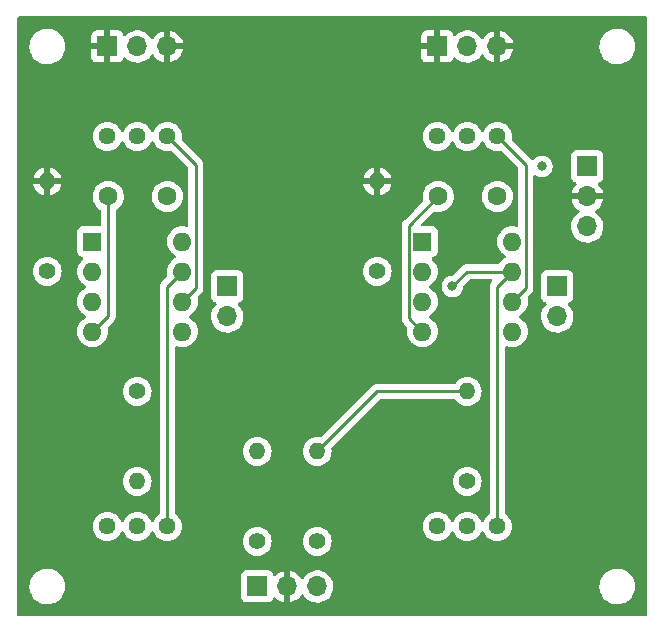
<source format=gbr>
%TF.GenerationSoftware,KiCad,Pcbnew,(6.0.1)*%
%TF.CreationDate,2022-01-30T20:50:49-08:00*%
%TF.ProjectId,Galvoamp,47616c76-6f61-46d7-902e-6b696361645f,rev?*%
%TF.SameCoordinates,Original*%
%TF.FileFunction,Copper,L2,Bot*%
%TF.FilePolarity,Positive*%
%FSLAX46Y46*%
G04 Gerber Fmt 4.6, Leading zero omitted, Abs format (unit mm)*
G04 Created by KiCad (PCBNEW (6.0.1)) date 2022-01-30 20:50:49*
%MOMM*%
%LPD*%
G01*
G04 APERTURE LIST*
%TA.AperFunction,ComponentPad*%
%ADD10R,1.700000X1.700000*%
%TD*%
%TA.AperFunction,ComponentPad*%
%ADD11O,1.700000X1.700000*%
%TD*%
%TA.AperFunction,ComponentPad*%
%ADD12C,1.440000*%
%TD*%
%TA.AperFunction,ComponentPad*%
%ADD13C,1.400000*%
%TD*%
%TA.AperFunction,ComponentPad*%
%ADD14O,1.400000X1.400000*%
%TD*%
%TA.AperFunction,ComponentPad*%
%ADD15R,1.600000X1.600000*%
%TD*%
%TA.AperFunction,ComponentPad*%
%ADD16O,1.600000X1.600000*%
%TD*%
%TA.AperFunction,ComponentPad*%
%ADD17C,1.600000*%
%TD*%
%TA.AperFunction,ViaPad*%
%ADD18C,0.800000*%
%TD*%
%TA.AperFunction,Conductor*%
%ADD19C,0.250000*%
%TD*%
G04 APERTURE END LIST*
D10*
%TO.P,J4,1,Pin_1*%
%TO.N,GND*%
X139700000Y-76200000D03*
D11*
%TO.P,J4,2,Pin_2*%
%TO.N,Net-(J4-Pad2)*%
X142240000Y-76200000D03*
%TO.P,J4,3,Pin_3*%
%TO.N,GND*%
X144780000Y-76200000D03*
%TD*%
D12*
%TO.P,RV2,1,1*%
%TO.N,+15V*%
X144780000Y-116840000D03*
%TO.P,RV2,2,2*%
%TO.N,Net-(R4-Pad1)*%
X142240000Y-116840000D03*
%TO.P,RV2,3,3*%
%TO.N,-15V*%
X139700000Y-116840000D03*
%TD*%
D10*
%TO.P,J3,1,Pin_1*%
%TO.N,Net-(J3-Pad1)*%
X149860000Y-96520000D03*
D11*
%TO.P,J3,2,Pin_2*%
%TO.N,Net-(J3-Pad2)*%
X149860000Y-99060000D03*
%TD*%
D12*
%TO.P,RV3,1,1*%
%TO.N,Net-(U1-Pad2)*%
X111760000Y-83820000D03*
%TO.P,RV3,2,2*%
%TO.N,Net-(U1-Pad6)*%
X114300000Y-83820000D03*
%TO.P,RV3,3,3*%
X116840000Y-83820000D03*
%TD*%
D13*
%TO.P,R5,1*%
%TO.N,Net-(R5-Pad1)*%
X134620000Y-95250000D03*
D14*
%TO.P,R5,2*%
%TO.N,GND*%
X134620000Y-87630000D03*
%TD*%
D12*
%TO.P,RV4,1,1*%
%TO.N,Net-(R5-Pad1)*%
X139700000Y-83820000D03*
%TO.P,RV4,2,2*%
%TO.N,Net-(J4-Pad2)*%
X142240000Y-83820000D03*
%TO.P,RV4,3,3*%
X144780000Y-83820000D03*
%TD*%
D15*
%TO.P,U2,1,NULL*%
%TO.N,Net-(J3-Pad1)*%
X138440000Y-92720000D03*
D16*
%TO.P,U2,2,-*%
%TO.N,Net-(R5-Pad1)*%
X138440000Y-95260000D03*
%TO.P,U2,3,+*%
%TO.N,Net-(R3-Pad2)*%
X138440000Y-97800000D03*
%TO.P,U2,4,V-*%
%TO.N,-15V*%
X138440000Y-100340000D03*
%TO.P,U2,5,NULL*%
%TO.N,Net-(J3-Pad2)*%
X146060000Y-100340000D03*
%TO.P,U2,6*%
%TO.N,Net-(J4-Pad2)*%
X146060000Y-97800000D03*
%TO.P,U2,7,V+*%
%TO.N,+15V*%
X146060000Y-95260000D03*
%TO.P,U2,8,NC*%
%TO.N,unconnected-(U2-Pad8)*%
X146060000Y-92720000D03*
%TD*%
D13*
%TO.P,R6,1*%
%TO.N,Net-(U1-Pad2)*%
X106680000Y-95250000D03*
D14*
%TO.P,R6,2*%
%TO.N,GND*%
X106680000Y-87630000D03*
%TD*%
D10*
%TO.P,J1,1,Pin_1*%
%TO.N,Net-(J1-Pad1)*%
X124460000Y-121920000D03*
D11*
%TO.P,J1,2,Pin_2*%
%TO.N,GND*%
X127000000Y-121920000D03*
%TO.P,J1,3,Pin_3*%
%TO.N,Net-(J1-Pad3)*%
X129540000Y-121920000D03*
%TD*%
D13*
%TO.P,R3,1*%
%TO.N,Net-(J1-Pad3)*%
X129540000Y-118110000D03*
D14*
%TO.P,R3,2*%
%TO.N,Net-(R3-Pad2)*%
X129540000Y-110490000D03*
%TD*%
D13*
%TO.P,R1,1*%
%TO.N,Net-(J1-Pad1)*%
X124460000Y-118110000D03*
D14*
%TO.P,R1,2*%
%TO.N,Net-(U1-Pad3)*%
X124460000Y-110490000D03*
%TD*%
D10*
%TO.P,J6,1,Pin_1*%
%TO.N,-15V*%
X152400000Y-86360000D03*
D11*
%TO.P,J6,2,Pin_2*%
%TO.N,GND*%
X152400000Y-88900000D03*
%TO.P,J6,3,Pin_3*%
%TO.N,+15V*%
X152400000Y-91440000D03*
%TD*%
D17*
%TO.P,C2,1*%
%TO.N,+15V*%
X144780000Y-88900000D03*
%TO.P,C2,2*%
%TO.N,-15V*%
X139780000Y-88900000D03*
%TD*%
D13*
%TO.P,R2,1*%
%TO.N,Net-(U1-Pad3)*%
X114300000Y-105410000D03*
D14*
%TO.P,R2,2*%
%TO.N,Net-(R2-Pad2)*%
X114300000Y-113030000D03*
%TD*%
D13*
%TO.P,R4,1*%
%TO.N,Net-(R4-Pad1)*%
X142240000Y-113030000D03*
D14*
%TO.P,R4,2*%
%TO.N,Net-(R3-Pad2)*%
X142240000Y-105410000D03*
%TD*%
D12*
%TO.P,RV1,1,1*%
%TO.N,+15V*%
X116840000Y-116840000D03*
%TO.P,RV1,2,2*%
%TO.N,Net-(R2-Pad2)*%
X114300000Y-116840000D03*
%TO.P,RV1,3,3*%
%TO.N,-15V*%
X111760000Y-116840000D03*
%TD*%
D10*
%TO.P,J2,1,Pin_1*%
%TO.N,Net-(U1-Pad1)*%
X121920000Y-96520000D03*
D11*
%TO.P,J2,2,Pin_2*%
%TO.N,Net-(U1-Pad5)*%
X121920000Y-99060000D03*
%TD*%
D10*
%TO.P,J5,1,Pin_1*%
%TO.N,GND*%
X111760000Y-76200000D03*
D11*
%TO.P,J5,2,Pin_2*%
%TO.N,Net-(U1-Pad6)*%
X114300000Y-76200000D03*
%TO.P,J5,3,Pin_3*%
%TO.N,GND*%
X116840000Y-76200000D03*
%TD*%
D17*
%TO.P,C1,1*%
%TO.N,+15V*%
X116840000Y-88900000D03*
%TO.P,C1,2*%
%TO.N,-15V*%
X111840000Y-88900000D03*
%TD*%
D15*
%TO.P,U1,1,NULL*%
%TO.N,Net-(U1-Pad1)*%
X110500000Y-92720000D03*
D16*
%TO.P,U1,2,-*%
%TO.N,Net-(U1-Pad2)*%
X110500000Y-95260000D03*
%TO.P,U1,3,+*%
%TO.N,Net-(U1-Pad3)*%
X110500000Y-97800000D03*
%TO.P,U1,4,V-*%
%TO.N,-15V*%
X110500000Y-100340000D03*
%TO.P,U1,5,NULL*%
%TO.N,Net-(U1-Pad5)*%
X118120000Y-100340000D03*
%TO.P,U1,6*%
%TO.N,Net-(U1-Pad6)*%
X118120000Y-97800000D03*
%TO.P,U1,7,V+*%
%TO.N,+15V*%
X118120000Y-95260000D03*
%TO.P,U1,8,NC*%
%TO.N,unconnected-(U1-Pad8)*%
X118120000Y-92720000D03*
%TD*%
D18*
%TO.N,-15V*%
X148550000Y-86360000D03*
%TO.N,+15V*%
X140970000Y-96520000D03*
%TD*%
D19*
%TO.N,Net-(J4-Pad2)*%
X147184511Y-96675489D02*
X146060000Y-97800000D01*
X144780000Y-83820000D02*
X147184511Y-86224511D01*
X147184511Y-86224511D02*
X147184511Y-96675489D01*
%TO.N,Net-(U1-Pad6)*%
X119244511Y-86224511D02*
X119244511Y-96675489D01*
X116840000Y-83820000D02*
X119244511Y-86224511D01*
X119244511Y-96675489D02*
X118120000Y-97800000D01*
%TO.N,-15V*%
X137315489Y-91364511D02*
X139780000Y-88900000D01*
X111840000Y-99000000D02*
X110500000Y-100340000D01*
X148540000Y-86350000D02*
X148550000Y-86360000D01*
X111840000Y-88900000D02*
X111840000Y-99000000D01*
X137315489Y-99215489D02*
X137315489Y-91364511D01*
X138440000Y-100340000D02*
X137315489Y-99215489D01*
%TO.N,+15V*%
X140970000Y-96520000D02*
X142230000Y-95260000D01*
X116840000Y-116840000D02*
X116840000Y-96540000D01*
X142230000Y-95260000D02*
X146060000Y-95260000D01*
X144780000Y-116840000D02*
X144780000Y-96540000D01*
X116840000Y-96540000D02*
X118120000Y-95260000D01*
X144780000Y-96540000D02*
X146060000Y-95260000D01*
%TO.N,Net-(R3-Pad2)*%
X134620000Y-105410000D02*
X142240000Y-105410000D01*
X129540000Y-110490000D02*
X134620000Y-105410000D01*
%TD*%
%TA.AperFunction,Conductor*%
%TO.N,GND*%
G36*
X157422121Y-73680002D02*
G01*
X157468614Y-73733658D01*
X157480000Y-73786000D01*
X157480000Y-124334000D01*
X157459998Y-124402121D01*
X157406342Y-124448614D01*
X157354000Y-124460000D01*
X104266000Y-124460000D01*
X104197879Y-124439998D01*
X104151386Y-124386342D01*
X104140000Y-124334000D01*
X104140000Y-121972817D01*
X105167514Y-121972817D01*
X105168095Y-121977837D01*
X105168095Y-121977841D01*
X105194734Y-122208069D01*
X105195415Y-122213956D01*
X105196791Y-122218820D01*
X105196792Y-122218823D01*
X105242476Y-122380266D01*
X105261510Y-122447532D01*
X105263644Y-122452108D01*
X105263646Y-122452114D01*
X105361962Y-122662954D01*
X105364099Y-122667536D01*
X105500544Y-122868307D01*
X105667332Y-123044681D01*
X105671358Y-123047759D01*
X105671359Y-123047760D01*
X105856154Y-123189047D01*
X105856158Y-123189050D01*
X105860174Y-123192120D01*
X106074109Y-123306831D01*
X106303631Y-123385862D01*
X106402978Y-123403022D01*
X106538926Y-123426504D01*
X106538932Y-123426505D01*
X106542836Y-123427179D01*
X106546797Y-123427359D01*
X106546798Y-123427359D01*
X106570506Y-123428436D01*
X106570525Y-123428436D01*
X106571925Y-123428500D01*
X106741001Y-123428500D01*
X106743509Y-123428298D01*
X106743514Y-123428298D01*
X106916924Y-123414346D01*
X106916929Y-123414345D01*
X106921965Y-123413940D01*
X106926873Y-123412734D01*
X106926876Y-123412734D01*
X107152792Y-123357244D01*
X107157706Y-123356037D01*
X107162358Y-123354062D01*
X107162362Y-123354061D01*
X107334253Y-123281097D01*
X107381156Y-123261188D01*
X107487037Y-123194511D01*
X107582288Y-123134528D01*
X107582291Y-123134526D01*
X107586567Y-123131833D01*
X107685422Y-123044681D01*
X107764858Y-122974650D01*
X107764861Y-122974647D01*
X107768655Y-122971302D01*
X107771866Y-122967393D01*
X107894468Y-122818134D01*
X123101500Y-122818134D01*
X123108255Y-122880316D01*
X123159385Y-123016705D01*
X123246739Y-123133261D01*
X123363295Y-123220615D01*
X123499684Y-123271745D01*
X123561866Y-123278500D01*
X125358134Y-123278500D01*
X125420316Y-123271745D01*
X125556705Y-123220615D01*
X125673261Y-123133261D01*
X125760615Y-123016705D01*
X125804798Y-122898848D01*
X125847440Y-122842084D01*
X125914001Y-122817384D01*
X125983350Y-122832592D01*
X126018017Y-122860580D01*
X126043218Y-122889673D01*
X126050580Y-122896883D01*
X126214434Y-123032916D01*
X126222881Y-123038831D01*
X126406756Y-123146279D01*
X126416042Y-123150729D01*
X126615001Y-123226703D01*
X126624899Y-123229579D01*
X126728250Y-123250606D01*
X126742299Y-123249410D01*
X126746000Y-123239065D01*
X126746000Y-123238517D01*
X127254000Y-123238517D01*
X127258064Y-123252359D01*
X127271478Y-123254393D01*
X127278184Y-123253534D01*
X127288262Y-123251392D01*
X127492255Y-123190191D01*
X127501842Y-123186433D01*
X127693095Y-123092739D01*
X127701945Y-123087464D01*
X127875328Y-122963792D01*
X127883200Y-122957139D01*
X128034052Y-122806812D01*
X128040730Y-122798965D01*
X128168022Y-122621819D01*
X128169279Y-122622722D01*
X128216373Y-122579362D01*
X128286311Y-122567145D01*
X128351751Y-122594678D01*
X128379579Y-122626511D01*
X128439987Y-122725088D01*
X128586250Y-122893938D01*
X128758126Y-123036632D01*
X128951000Y-123149338D01*
X129159692Y-123229030D01*
X129164760Y-123230061D01*
X129164763Y-123230062D01*
X129259862Y-123249410D01*
X129378597Y-123273567D01*
X129383772Y-123273757D01*
X129383774Y-123273757D01*
X129596673Y-123281564D01*
X129596677Y-123281564D01*
X129601837Y-123281753D01*
X129606957Y-123281097D01*
X129606959Y-123281097D01*
X129818288Y-123254025D01*
X129818289Y-123254025D01*
X129823416Y-123253368D01*
X129828366Y-123251883D01*
X130032429Y-123190661D01*
X130032434Y-123190659D01*
X130037384Y-123189174D01*
X130237994Y-123090896D01*
X130419860Y-122961173D01*
X130578096Y-122803489D01*
X130708453Y-122622077D01*
X130721995Y-122594678D01*
X130805136Y-122426453D01*
X130805137Y-122426451D01*
X130807430Y-122421811D01*
X130869103Y-122218823D01*
X130870865Y-122213023D01*
X130870865Y-122213021D01*
X130872370Y-122208069D01*
X130901529Y-121986590D01*
X130901866Y-121972817D01*
X153427514Y-121972817D01*
X153428095Y-121977837D01*
X153428095Y-121977841D01*
X153454734Y-122208069D01*
X153455415Y-122213956D01*
X153456791Y-122218820D01*
X153456792Y-122218823D01*
X153502476Y-122380266D01*
X153521510Y-122447532D01*
X153523644Y-122452108D01*
X153523646Y-122452114D01*
X153621962Y-122662954D01*
X153624099Y-122667536D01*
X153760544Y-122868307D01*
X153927332Y-123044681D01*
X153931358Y-123047759D01*
X153931359Y-123047760D01*
X154116154Y-123189047D01*
X154116158Y-123189050D01*
X154120174Y-123192120D01*
X154334109Y-123306831D01*
X154563631Y-123385862D01*
X154662978Y-123403022D01*
X154798926Y-123426504D01*
X154798932Y-123426505D01*
X154802836Y-123427179D01*
X154806797Y-123427359D01*
X154806798Y-123427359D01*
X154830506Y-123428436D01*
X154830525Y-123428436D01*
X154831925Y-123428500D01*
X155001001Y-123428500D01*
X155003509Y-123428298D01*
X155003514Y-123428298D01*
X155176924Y-123414346D01*
X155176929Y-123414345D01*
X155181965Y-123413940D01*
X155186873Y-123412734D01*
X155186876Y-123412734D01*
X155412792Y-123357244D01*
X155417706Y-123356037D01*
X155422358Y-123354062D01*
X155422362Y-123354061D01*
X155594253Y-123281097D01*
X155641156Y-123261188D01*
X155747037Y-123194511D01*
X155842288Y-123134528D01*
X155842291Y-123134526D01*
X155846567Y-123131833D01*
X155945422Y-123044681D01*
X156024858Y-122974650D01*
X156024861Y-122974647D01*
X156028655Y-122971302D01*
X156031866Y-122967393D01*
X156179526Y-122787628D01*
X156179528Y-122787625D01*
X156182734Y-122783722D01*
X156304841Y-122573922D01*
X156361449Y-122426453D01*
X156390020Y-122352022D01*
X156390021Y-122352018D01*
X156391833Y-122347298D01*
X156420740Y-122208929D01*
X156440440Y-122114631D01*
X156440440Y-122114627D01*
X156441474Y-122109680D01*
X156452486Y-121867183D01*
X156437235Y-121735373D01*
X156425167Y-121631071D01*
X156425166Y-121631067D01*
X156424585Y-121626044D01*
X156385517Y-121487978D01*
X156359866Y-121397331D01*
X156358490Y-121392468D01*
X156356356Y-121387892D01*
X156356354Y-121387886D01*
X156258038Y-121177046D01*
X156258036Y-121177042D01*
X156255901Y-121172464D01*
X156119456Y-120971693D01*
X155952668Y-120795319D01*
X155914984Y-120766507D01*
X155763846Y-120650953D01*
X155763842Y-120650950D01*
X155759826Y-120647880D01*
X155676316Y-120603102D01*
X155550352Y-120535561D01*
X155545891Y-120533169D01*
X155316369Y-120454138D01*
X155217022Y-120436978D01*
X155081074Y-120413496D01*
X155081068Y-120413495D01*
X155077164Y-120412821D01*
X155073203Y-120412641D01*
X155073202Y-120412641D01*
X155049494Y-120411564D01*
X155049475Y-120411564D01*
X155048075Y-120411500D01*
X154878999Y-120411500D01*
X154876491Y-120411702D01*
X154876486Y-120411702D01*
X154703076Y-120425654D01*
X154703071Y-120425655D01*
X154698035Y-120426060D01*
X154693127Y-120427266D01*
X154693124Y-120427266D01*
X154577007Y-120455787D01*
X154462294Y-120483963D01*
X154457642Y-120485938D01*
X154457638Y-120485939D01*
X154350252Y-120531522D01*
X154238844Y-120578812D01*
X154199172Y-120603795D01*
X154037712Y-120705472D01*
X154037709Y-120705474D01*
X154033433Y-120708167D01*
X154029639Y-120711512D01*
X153855142Y-120865350D01*
X153855139Y-120865353D01*
X153851345Y-120868698D01*
X153848135Y-120872606D01*
X153848134Y-120872607D01*
X153729072Y-121017557D01*
X153697266Y-121056278D01*
X153575159Y-121266078D01*
X153488167Y-121492702D01*
X153438526Y-121730320D01*
X153427514Y-121972817D01*
X130901866Y-121972817D01*
X130903156Y-121920000D01*
X130884852Y-121697361D01*
X130830431Y-121480702D01*
X130741354Y-121275840D01*
X130620014Y-121088277D01*
X130469670Y-120923051D01*
X130465619Y-120919852D01*
X130465615Y-120919848D01*
X130298414Y-120787800D01*
X130298410Y-120787798D01*
X130294359Y-120784598D01*
X130258028Y-120764542D01*
X130242136Y-120755769D01*
X130098789Y-120676638D01*
X130093920Y-120674914D01*
X130093916Y-120674912D01*
X129893087Y-120603795D01*
X129893083Y-120603794D01*
X129888212Y-120602069D01*
X129883119Y-120601162D01*
X129883116Y-120601161D01*
X129673373Y-120563800D01*
X129673367Y-120563799D01*
X129668284Y-120562894D01*
X129594452Y-120561992D01*
X129450081Y-120560228D01*
X129450079Y-120560228D01*
X129444911Y-120560165D01*
X129224091Y-120593955D01*
X129011756Y-120663357D01*
X128813607Y-120766507D01*
X128809474Y-120769610D01*
X128809471Y-120769612D01*
X128639100Y-120897530D01*
X128634965Y-120900635D01*
X128631393Y-120904373D01*
X128489962Y-121052372D01*
X128480629Y-121062138D01*
X128408223Y-121168282D01*
X128372898Y-121220066D01*
X128317987Y-121265069D01*
X128247462Y-121273240D01*
X128183715Y-121241986D01*
X128163018Y-121217502D01*
X128082426Y-121092926D01*
X128076136Y-121084757D01*
X127932806Y-120927240D01*
X127925273Y-120920215D01*
X127758139Y-120788222D01*
X127749552Y-120782517D01*
X127563117Y-120679599D01*
X127553705Y-120675369D01*
X127352959Y-120604280D01*
X127342988Y-120601646D01*
X127271837Y-120588972D01*
X127258540Y-120590432D01*
X127254000Y-120604989D01*
X127254000Y-123238517D01*
X126746000Y-123238517D01*
X126746000Y-120603102D01*
X126742082Y-120589758D01*
X126727806Y-120587771D01*
X126689324Y-120593660D01*
X126679288Y-120596051D01*
X126476868Y-120662212D01*
X126467359Y-120666209D01*
X126278463Y-120764542D01*
X126269738Y-120770036D01*
X126099433Y-120897905D01*
X126091726Y-120904748D01*
X126014478Y-120985584D01*
X125952954Y-121021014D01*
X125882042Y-121017557D01*
X125824255Y-120976311D01*
X125805402Y-120942763D01*
X125763767Y-120831703D01*
X125760615Y-120823295D01*
X125673261Y-120706739D01*
X125556705Y-120619385D01*
X125420316Y-120568255D01*
X125358134Y-120561500D01*
X123561866Y-120561500D01*
X123499684Y-120568255D01*
X123363295Y-120619385D01*
X123246739Y-120706739D01*
X123159385Y-120823295D01*
X123108255Y-120959684D01*
X123101500Y-121021866D01*
X123101500Y-122818134D01*
X107894468Y-122818134D01*
X107919526Y-122787628D01*
X107919528Y-122787625D01*
X107922734Y-122783722D01*
X108044841Y-122573922D01*
X108101449Y-122426453D01*
X108130020Y-122352022D01*
X108130021Y-122352018D01*
X108131833Y-122347298D01*
X108160740Y-122208929D01*
X108180440Y-122114631D01*
X108180440Y-122114627D01*
X108181474Y-122109680D01*
X108192486Y-121867183D01*
X108177235Y-121735373D01*
X108165167Y-121631071D01*
X108165166Y-121631067D01*
X108164585Y-121626044D01*
X108125517Y-121487978D01*
X108099866Y-121397331D01*
X108098490Y-121392468D01*
X108096356Y-121387892D01*
X108096354Y-121387886D01*
X107998038Y-121177046D01*
X107998036Y-121177042D01*
X107995901Y-121172464D01*
X107859456Y-120971693D01*
X107692668Y-120795319D01*
X107654984Y-120766507D01*
X107503846Y-120650953D01*
X107503842Y-120650950D01*
X107499826Y-120647880D01*
X107416316Y-120603102D01*
X107290352Y-120535561D01*
X107285891Y-120533169D01*
X107056369Y-120454138D01*
X106957022Y-120436978D01*
X106821074Y-120413496D01*
X106821068Y-120413495D01*
X106817164Y-120412821D01*
X106813203Y-120412641D01*
X106813202Y-120412641D01*
X106789494Y-120411564D01*
X106789475Y-120411564D01*
X106788075Y-120411500D01*
X106618999Y-120411500D01*
X106616491Y-120411702D01*
X106616486Y-120411702D01*
X106443076Y-120425654D01*
X106443071Y-120425655D01*
X106438035Y-120426060D01*
X106433127Y-120427266D01*
X106433124Y-120427266D01*
X106317007Y-120455787D01*
X106202294Y-120483963D01*
X106197642Y-120485938D01*
X106197638Y-120485939D01*
X106090252Y-120531522D01*
X105978844Y-120578812D01*
X105939172Y-120603795D01*
X105777712Y-120705472D01*
X105777709Y-120705474D01*
X105773433Y-120708167D01*
X105769639Y-120711512D01*
X105595142Y-120865350D01*
X105595139Y-120865353D01*
X105591345Y-120868698D01*
X105588135Y-120872606D01*
X105588134Y-120872607D01*
X105469072Y-121017557D01*
X105437266Y-121056278D01*
X105315159Y-121266078D01*
X105228167Y-121492702D01*
X105178526Y-121730320D01*
X105167514Y-121972817D01*
X104140000Y-121972817D01*
X104140000Y-118110000D01*
X123246884Y-118110000D01*
X123265314Y-118320655D01*
X123320044Y-118524910D01*
X123409411Y-118716558D01*
X123530699Y-118889776D01*
X123680224Y-119039301D01*
X123853442Y-119160589D01*
X123858420Y-119162910D01*
X123858423Y-119162912D01*
X124040108Y-119247633D01*
X124045090Y-119249956D01*
X124050398Y-119251378D01*
X124050400Y-119251379D01*
X124244030Y-119303262D01*
X124244032Y-119303262D01*
X124249345Y-119304686D01*
X124460000Y-119323116D01*
X124670655Y-119304686D01*
X124675968Y-119303262D01*
X124675970Y-119303262D01*
X124869600Y-119251379D01*
X124869602Y-119251378D01*
X124874910Y-119249956D01*
X124879892Y-119247633D01*
X125061577Y-119162912D01*
X125061580Y-119162910D01*
X125066558Y-119160589D01*
X125239776Y-119039301D01*
X125389301Y-118889776D01*
X125510589Y-118716558D01*
X125599956Y-118524910D01*
X125654686Y-118320655D01*
X125673116Y-118110000D01*
X128326884Y-118110000D01*
X128345314Y-118320655D01*
X128400044Y-118524910D01*
X128489411Y-118716558D01*
X128610699Y-118889776D01*
X128760224Y-119039301D01*
X128933442Y-119160589D01*
X128938420Y-119162910D01*
X128938423Y-119162912D01*
X129120108Y-119247633D01*
X129125090Y-119249956D01*
X129130398Y-119251378D01*
X129130400Y-119251379D01*
X129324030Y-119303262D01*
X129324032Y-119303262D01*
X129329345Y-119304686D01*
X129540000Y-119323116D01*
X129750655Y-119304686D01*
X129755968Y-119303262D01*
X129755970Y-119303262D01*
X129949600Y-119251379D01*
X129949602Y-119251378D01*
X129954910Y-119249956D01*
X129959892Y-119247633D01*
X130141577Y-119162912D01*
X130141580Y-119162910D01*
X130146558Y-119160589D01*
X130319776Y-119039301D01*
X130469301Y-118889776D01*
X130590589Y-118716558D01*
X130679956Y-118524910D01*
X130734686Y-118320655D01*
X130753116Y-118110000D01*
X130734686Y-117899345D01*
X130679956Y-117695090D01*
X130677633Y-117690108D01*
X130592912Y-117508423D01*
X130592910Y-117508420D01*
X130590589Y-117503442D01*
X130469301Y-117330224D01*
X130319776Y-117180699D01*
X130146558Y-117059411D01*
X130141580Y-117057090D01*
X130141577Y-117057088D01*
X129959892Y-116972367D01*
X129959891Y-116972366D01*
X129954910Y-116970044D01*
X129949602Y-116968622D01*
X129949600Y-116968621D01*
X129755970Y-116916738D01*
X129755968Y-116916738D01*
X129750655Y-116915314D01*
X129540000Y-116896884D01*
X129329345Y-116915314D01*
X129324032Y-116916738D01*
X129324030Y-116916738D01*
X129130400Y-116968621D01*
X129130398Y-116968622D01*
X129125090Y-116970044D01*
X129120109Y-116972366D01*
X129120108Y-116972367D01*
X128938423Y-117057088D01*
X128938420Y-117057090D01*
X128933442Y-117059411D01*
X128760224Y-117180699D01*
X128610699Y-117330224D01*
X128489411Y-117503442D01*
X128487090Y-117508420D01*
X128487088Y-117508423D01*
X128402367Y-117690108D01*
X128400044Y-117695090D01*
X128345314Y-117899345D01*
X128326884Y-118110000D01*
X125673116Y-118110000D01*
X125654686Y-117899345D01*
X125599956Y-117695090D01*
X125597633Y-117690108D01*
X125512912Y-117508423D01*
X125512910Y-117508420D01*
X125510589Y-117503442D01*
X125389301Y-117330224D01*
X125239776Y-117180699D01*
X125066558Y-117059411D01*
X125061580Y-117057090D01*
X125061577Y-117057088D01*
X124879892Y-116972367D01*
X124879891Y-116972366D01*
X124874910Y-116970044D01*
X124869602Y-116968622D01*
X124869600Y-116968621D01*
X124675970Y-116916738D01*
X124675968Y-116916738D01*
X124670655Y-116915314D01*
X124460000Y-116896884D01*
X124249345Y-116915314D01*
X124244032Y-116916738D01*
X124244030Y-116916738D01*
X124050400Y-116968621D01*
X124050398Y-116968622D01*
X124045090Y-116970044D01*
X124040109Y-116972366D01*
X124040108Y-116972367D01*
X123858423Y-117057088D01*
X123858420Y-117057090D01*
X123853442Y-117059411D01*
X123680224Y-117180699D01*
X123530699Y-117330224D01*
X123409411Y-117503442D01*
X123407090Y-117508420D01*
X123407088Y-117508423D01*
X123322367Y-117690108D01*
X123320044Y-117695090D01*
X123265314Y-117899345D01*
X123246884Y-118110000D01*
X104140000Y-118110000D01*
X104140000Y-116840000D01*
X110526807Y-116840000D01*
X110545542Y-117054142D01*
X110546966Y-117059455D01*
X110546966Y-117059457D01*
X110588924Y-117216043D01*
X110601178Y-117261777D01*
X110603500Y-117266757D01*
X110603501Y-117266759D01*
X110633096Y-117330224D01*
X110692024Y-117456596D01*
X110815319Y-117632681D01*
X110967319Y-117784681D01*
X111143403Y-117907976D01*
X111148381Y-117910297D01*
X111148384Y-117910299D01*
X111333241Y-117996499D01*
X111338223Y-117998822D01*
X111343531Y-118000244D01*
X111343533Y-118000245D01*
X111540543Y-118053034D01*
X111540545Y-118053034D01*
X111545858Y-118054458D01*
X111760000Y-118073193D01*
X111974142Y-118054458D01*
X111979455Y-118053034D01*
X111979457Y-118053034D01*
X112176467Y-118000245D01*
X112176469Y-118000244D01*
X112181777Y-117998822D01*
X112186759Y-117996499D01*
X112371616Y-117910299D01*
X112371619Y-117910297D01*
X112376597Y-117907976D01*
X112552681Y-117784681D01*
X112704681Y-117632681D01*
X112827976Y-117456596D01*
X112886905Y-117330224D01*
X112915805Y-117268247D01*
X112962723Y-117214962D01*
X113031000Y-117195501D01*
X113098960Y-117216043D01*
X113144195Y-117268247D01*
X113173096Y-117330224D01*
X113232024Y-117456596D01*
X113355319Y-117632681D01*
X113507319Y-117784681D01*
X113683403Y-117907976D01*
X113688381Y-117910297D01*
X113688384Y-117910299D01*
X113873241Y-117996499D01*
X113878223Y-117998822D01*
X113883531Y-118000244D01*
X113883533Y-118000245D01*
X114080543Y-118053034D01*
X114080545Y-118053034D01*
X114085858Y-118054458D01*
X114300000Y-118073193D01*
X114514142Y-118054458D01*
X114519455Y-118053034D01*
X114519457Y-118053034D01*
X114716467Y-118000245D01*
X114716469Y-118000244D01*
X114721777Y-117998822D01*
X114726759Y-117996499D01*
X114911616Y-117910299D01*
X114911619Y-117910297D01*
X114916597Y-117907976D01*
X115092681Y-117784681D01*
X115244681Y-117632681D01*
X115367976Y-117456596D01*
X115426905Y-117330224D01*
X115455805Y-117268247D01*
X115502723Y-117214962D01*
X115571000Y-117195501D01*
X115638960Y-117216043D01*
X115684195Y-117268247D01*
X115713096Y-117330224D01*
X115772024Y-117456596D01*
X115895319Y-117632681D01*
X116047319Y-117784681D01*
X116223403Y-117907976D01*
X116228381Y-117910297D01*
X116228384Y-117910299D01*
X116413241Y-117996499D01*
X116418223Y-117998822D01*
X116423531Y-118000244D01*
X116423533Y-118000245D01*
X116620543Y-118053034D01*
X116620545Y-118053034D01*
X116625858Y-118054458D01*
X116840000Y-118073193D01*
X117054142Y-118054458D01*
X117059455Y-118053034D01*
X117059457Y-118053034D01*
X117256467Y-118000245D01*
X117256469Y-118000244D01*
X117261777Y-117998822D01*
X117266759Y-117996499D01*
X117451616Y-117910299D01*
X117451619Y-117910297D01*
X117456597Y-117907976D01*
X117632681Y-117784681D01*
X117784681Y-117632681D01*
X117907976Y-117456596D01*
X117966905Y-117330224D01*
X117996499Y-117266759D01*
X117996500Y-117266757D01*
X117998822Y-117261777D01*
X118011077Y-117216043D01*
X118053034Y-117059457D01*
X118053034Y-117059455D01*
X118054458Y-117054142D01*
X118073193Y-116840000D01*
X138466807Y-116840000D01*
X138485542Y-117054142D01*
X138486966Y-117059455D01*
X138486966Y-117059457D01*
X138528924Y-117216043D01*
X138541178Y-117261777D01*
X138543500Y-117266757D01*
X138543501Y-117266759D01*
X138573096Y-117330224D01*
X138632024Y-117456596D01*
X138755319Y-117632681D01*
X138907319Y-117784681D01*
X139083403Y-117907976D01*
X139088381Y-117910297D01*
X139088384Y-117910299D01*
X139273241Y-117996499D01*
X139278223Y-117998822D01*
X139283531Y-118000244D01*
X139283533Y-118000245D01*
X139480543Y-118053034D01*
X139480545Y-118053034D01*
X139485858Y-118054458D01*
X139700000Y-118073193D01*
X139914142Y-118054458D01*
X139919455Y-118053034D01*
X139919457Y-118053034D01*
X140116467Y-118000245D01*
X140116469Y-118000244D01*
X140121777Y-117998822D01*
X140126759Y-117996499D01*
X140311616Y-117910299D01*
X140311619Y-117910297D01*
X140316597Y-117907976D01*
X140492681Y-117784681D01*
X140644681Y-117632681D01*
X140767976Y-117456596D01*
X140826905Y-117330224D01*
X140855805Y-117268247D01*
X140902723Y-117214962D01*
X140971000Y-117195501D01*
X141038960Y-117216043D01*
X141084195Y-117268247D01*
X141113096Y-117330224D01*
X141172024Y-117456596D01*
X141295319Y-117632681D01*
X141447319Y-117784681D01*
X141623403Y-117907976D01*
X141628381Y-117910297D01*
X141628384Y-117910299D01*
X141813241Y-117996499D01*
X141818223Y-117998822D01*
X141823531Y-118000244D01*
X141823533Y-118000245D01*
X142020543Y-118053034D01*
X142020545Y-118053034D01*
X142025858Y-118054458D01*
X142240000Y-118073193D01*
X142454142Y-118054458D01*
X142459455Y-118053034D01*
X142459457Y-118053034D01*
X142656467Y-118000245D01*
X142656469Y-118000244D01*
X142661777Y-117998822D01*
X142666759Y-117996499D01*
X142851616Y-117910299D01*
X142851619Y-117910297D01*
X142856597Y-117907976D01*
X143032681Y-117784681D01*
X143184681Y-117632681D01*
X143307976Y-117456596D01*
X143366905Y-117330224D01*
X143395805Y-117268247D01*
X143442723Y-117214962D01*
X143511000Y-117195501D01*
X143578960Y-117216043D01*
X143624195Y-117268247D01*
X143653096Y-117330224D01*
X143712024Y-117456596D01*
X143835319Y-117632681D01*
X143987319Y-117784681D01*
X144163403Y-117907976D01*
X144168381Y-117910297D01*
X144168384Y-117910299D01*
X144353241Y-117996499D01*
X144358223Y-117998822D01*
X144363531Y-118000244D01*
X144363533Y-118000245D01*
X144560543Y-118053034D01*
X144560545Y-118053034D01*
X144565858Y-118054458D01*
X144780000Y-118073193D01*
X144994142Y-118054458D01*
X144999455Y-118053034D01*
X144999457Y-118053034D01*
X145196467Y-118000245D01*
X145196469Y-118000244D01*
X145201777Y-117998822D01*
X145206759Y-117996499D01*
X145391616Y-117910299D01*
X145391619Y-117910297D01*
X145396597Y-117907976D01*
X145572681Y-117784681D01*
X145724681Y-117632681D01*
X145847976Y-117456596D01*
X145906905Y-117330224D01*
X145936499Y-117266759D01*
X145936500Y-117266757D01*
X145938822Y-117261777D01*
X145951077Y-117216043D01*
X145993034Y-117059457D01*
X145993034Y-117059455D01*
X145994458Y-117054142D01*
X146013193Y-116840000D01*
X145994458Y-116625858D01*
X145951366Y-116465038D01*
X145940245Y-116423533D01*
X145940244Y-116423531D01*
X145938822Y-116418223D01*
X145847976Y-116223404D01*
X145724681Y-116047319D01*
X145572681Y-115895319D01*
X145467230Y-115821482D01*
X145422901Y-115766025D01*
X145413500Y-115718269D01*
X145413500Y-101680082D01*
X145433502Y-101611961D01*
X145487158Y-101565468D01*
X145557432Y-101555364D01*
X145592751Y-101565888D01*
X145605770Y-101571959D01*
X145605775Y-101571961D01*
X145610757Y-101574284D01*
X145616065Y-101575706D01*
X145616067Y-101575707D01*
X145826598Y-101632119D01*
X145826600Y-101632119D01*
X145831913Y-101633543D01*
X146060000Y-101653498D01*
X146288087Y-101633543D01*
X146293400Y-101632119D01*
X146293402Y-101632119D01*
X146503933Y-101575707D01*
X146503935Y-101575706D01*
X146509243Y-101574284D01*
X146514229Y-101571959D01*
X146711762Y-101479849D01*
X146711767Y-101479846D01*
X146716749Y-101477523D01*
X146821611Y-101404098D01*
X146899789Y-101349357D01*
X146899792Y-101349355D01*
X146904300Y-101346198D01*
X147066198Y-101184300D01*
X147197523Y-100996749D01*
X147199846Y-100991767D01*
X147199849Y-100991762D01*
X147291961Y-100794225D01*
X147291961Y-100794224D01*
X147294284Y-100789243D01*
X147353543Y-100568087D01*
X147373498Y-100340000D01*
X147353543Y-100111913D01*
X147349689Y-100097529D01*
X147295707Y-99896067D01*
X147295706Y-99896065D01*
X147294284Y-99890757D01*
X147284134Y-99868990D01*
X147199849Y-99688238D01*
X147199846Y-99688233D01*
X147197523Y-99683251D01*
X147112490Y-99561811D01*
X147069357Y-99500211D01*
X147069355Y-99500208D01*
X147066198Y-99495700D01*
X146904300Y-99333802D01*
X146899792Y-99330645D01*
X146899789Y-99330643D01*
X146792252Y-99255345D01*
X146716749Y-99202477D01*
X146711767Y-99200154D01*
X146711762Y-99200151D01*
X146677543Y-99184195D01*
X146624258Y-99137278D01*
X146604797Y-99069001D01*
X146617585Y-99026695D01*
X148497251Y-99026695D01*
X148497548Y-99031848D01*
X148497548Y-99031851D01*
X148503011Y-99126590D01*
X148510110Y-99249715D01*
X148511247Y-99254761D01*
X148511248Y-99254767D01*
X148529060Y-99333802D01*
X148559222Y-99467639D01*
X148599346Y-99566453D01*
X148636376Y-99657647D01*
X148643266Y-99674616D01*
X148759987Y-99865088D01*
X148906250Y-100033938D01*
X149078126Y-100176632D01*
X149271000Y-100289338D01*
X149479692Y-100369030D01*
X149484760Y-100370061D01*
X149484763Y-100370062D01*
X149592017Y-100391883D01*
X149698597Y-100413567D01*
X149703772Y-100413757D01*
X149703774Y-100413757D01*
X149916673Y-100421564D01*
X149916677Y-100421564D01*
X149921837Y-100421753D01*
X149926957Y-100421097D01*
X149926959Y-100421097D01*
X150138288Y-100394025D01*
X150138289Y-100394025D01*
X150143416Y-100393368D01*
X150148366Y-100391883D01*
X150352429Y-100330661D01*
X150352434Y-100330659D01*
X150357384Y-100329174D01*
X150557994Y-100230896D01*
X150739860Y-100101173D01*
X150898096Y-99943489D01*
X150939568Y-99885775D01*
X151025435Y-99766277D01*
X151028453Y-99762077D01*
X151064947Y-99688238D01*
X151125136Y-99566453D01*
X151125137Y-99566451D01*
X151127430Y-99561811D01*
X151170236Y-99420920D01*
X151190865Y-99353023D01*
X151190865Y-99353021D01*
X151192370Y-99348069D01*
X151221529Y-99126590D01*
X151222479Y-99087711D01*
X151223074Y-99063365D01*
X151223074Y-99063361D01*
X151223156Y-99060000D01*
X151204852Y-98837361D01*
X151150431Y-98620702D01*
X151061354Y-98415840D01*
X150953578Y-98249243D01*
X150942822Y-98232617D01*
X150942820Y-98232614D01*
X150940014Y-98228277D01*
X150936532Y-98224450D01*
X150792798Y-98066488D01*
X150761746Y-98002642D01*
X150770141Y-97932143D01*
X150815317Y-97877375D01*
X150841761Y-97863706D01*
X150948297Y-97823767D01*
X150956705Y-97820615D01*
X151073261Y-97733261D01*
X151160615Y-97616705D01*
X151211745Y-97480316D01*
X151218500Y-97418134D01*
X151218500Y-95621866D01*
X151211745Y-95559684D01*
X151160615Y-95423295D01*
X151073261Y-95306739D01*
X150956705Y-95219385D01*
X150820316Y-95168255D01*
X150758134Y-95161500D01*
X148961866Y-95161500D01*
X148899684Y-95168255D01*
X148763295Y-95219385D01*
X148646739Y-95306739D01*
X148559385Y-95423295D01*
X148508255Y-95559684D01*
X148501500Y-95621866D01*
X148501500Y-97418134D01*
X148508255Y-97480316D01*
X148559385Y-97616705D01*
X148646739Y-97733261D01*
X148763295Y-97820615D01*
X148771704Y-97823767D01*
X148771705Y-97823768D01*
X148880451Y-97864535D01*
X148937216Y-97907176D01*
X148961916Y-97973738D01*
X148946709Y-98043087D01*
X148927316Y-98069568D01*
X148800629Y-98202138D01*
X148674743Y-98386680D01*
X148580688Y-98589305D01*
X148520989Y-98804570D01*
X148497251Y-99026695D01*
X146617585Y-99026695D01*
X146625339Y-99001041D01*
X146677543Y-98955805D01*
X146711762Y-98939849D01*
X146711767Y-98939846D01*
X146716749Y-98937523D01*
X146899289Y-98809707D01*
X146899789Y-98809357D01*
X146899792Y-98809355D01*
X146904300Y-98806198D01*
X147066198Y-98644300D01*
X147197523Y-98456749D01*
X147199846Y-98451767D01*
X147199849Y-98451762D01*
X147291961Y-98254225D01*
X147291961Y-98254224D01*
X147294284Y-98249243D01*
X147343254Y-98066488D01*
X147352119Y-98033402D01*
X147352119Y-98033400D01*
X147353543Y-98028087D01*
X147373498Y-97800000D01*
X147353543Y-97571913D01*
X147352119Y-97566598D01*
X147352118Y-97566591D01*
X147336541Y-97508459D01*
X147338230Y-97437483D01*
X147369152Y-97386752D01*
X147576758Y-97179146D01*
X147585048Y-97171602D01*
X147591529Y-97167489D01*
X147638170Y-97117821D01*
X147640924Y-97114980D01*
X147660646Y-97095258D01*
X147663130Y-97092056D01*
X147670828Y-97083044D01*
X147695672Y-97056587D01*
X147701097Y-97050810D01*
X147710858Y-97033055D01*
X147721709Y-97016536D01*
X147734125Y-97000530D01*
X147751685Y-96959952D01*
X147756902Y-96949302D01*
X147778206Y-96910549D01*
X147783244Y-96890926D01*
X147789648Y-96872223D01*
X147794544Y-96860909D01*
X147794544Y-96860908D01*
X147797692Y-96853634D01*
X147798931Y-96845811D01*
X147798934Y-96845801D01*
X147804610Y-96809965D01*
X147807016Y-96798345D01*
X147816039Y-96763200D01*
X147816039Y-96763199D01*
X147818011Y-96755519D01*
X147818011Y-96735265D01*
X147819562Y-96715554D01*
X147821491Y-96703375D01*
X147822731Y-96695546D01*
X147818570Y-96651527D01*
X147818011Y-96639670D01*
X147818011Y-91406695D01*
X151037251Y-91406695D01*
X151037548Y-91411848D01*
X151037548Y-91411851D01*
X151042930Y-91505193D01*
X151050110Y-91629715D01*
X151051247Y-91634761D01*
X151051248Y-91634767D01*
X151059931Y-91673295D01*
X151099222Y-91847639D01*
X151183266Y-92054616D01*
X151299987Y-92245088D01*
X151446250Y-92413938D01*
X151618126Y-92556632D01*
X151811000Y-92669338D01*
X152019692Y-92749030D01*
X152024760Y-92750061D01*
X152024763Y-92750062D01*
X152132017Y-92771883D01*
X152238597Y-92793567D01*
X152243772Y-92793757D01*
X152243774Y-92793757D01*
X152456673Y-92801564D01*
X152456677Y-92801564D01*
X152461837Y-92801753D01*
X152466957Y-92801097D01*
X152466959Y-92801097D01*
X152678288Y-92774025D01*
X152678289Y-92774025D01*
X152683416Y-92773368D01*
X152688366Y-92771883D01*
X152892429Y-92710661D01*
X152892434Y-92710659D01*
X152897384Y-92709174D01*
X153097994Y-92610896D01*
X153279860Y-92481173D01*
X153438096Y-92323489D01*
X153479568Y-92265775D01*
X153565435Y-92146277D01*
X153568453Y-92142077D01*
X153604947Y-92068238D01*
X153665136Y-91946453D01*
X153665137Y-91946451D01*
X153667430Y-91941811D01*
X153732370Y-91728069D01*
X153761529Y-91506590D01*
X153762074Y-91484293D01*
X153763074Y-91443365D01*
X153763074Y-91443361D01*
X153763156Y-91440000D01*
X153744852Y-91217361D01*
X153690431Y-91000702D01*
X153601354Y-90795840D01*
X153480014Y-90608277D01*
X153329670Y-90443051D01*
X153325619Y-90439852D01*
X153325615Y-90439848D01*
X153158414Y-90307800D01*
X153158410Y-90307798D01*
X153154359Y-90304598D01*
X153112569Y-90281529D01*
X153062598Y-90231097D01*
X153047826Y-90161654D01*
X153072942Y-90095248D01*
X153100294Y-90068641D01*
X153275328Y-89943792D01*
X153283200Y-89937139D01*
X153434052Y-89786812D01*
X153440730Y-89778965D01*
X153565003Y-89606020D01*
X153570313Y-89597183D01*
X153664670Y-89406267D01*
X153668469Y-89396672D01*
X153730377Y-89192910D01*
X153732555Y-89182837D01*
X153733986Y-89171962D01*
X153731775Y-89157778D01*
X153718617Y-89154000D01*
X151083225Y-89154000D01*
X151069694Y-89157973D01*
X151068257Y-89167966D01*
X151098565Y-89302446D01*
X151101645Y-89312275D01*
X151181770Y-89509603D01*
X151186413Y-89518794D01*
X151297694Y-89700388D01*
X151303777Y-89708699D01*
X151443213Y-89869667D01*
X151450580Y-89876883D01*
X151614434Y-90012916D01*
X151622881Y-90018831D01*
X151691969Y-90059203D01*
X151740693Y-90110842D01*
X151753764Y-90180625D01*
X151727033Y-90246396D01*
X151686584Y-90279752D01*
X151673607Y-90286507D01*
X151669474Y-90289610D01*
X151669471Y-90289612D01*
X151645247Y-90307800D01*
X151494965Y-90420635D01*
X151340629Y-90582138D01*
X151214743Y-90766680D01*
X151199003Y-90800590D01*
X151128428Y-90952631D01*
X151120688Y-90969305D01*
X151060989Y-91184570D01*
X151037251Y-91406695D01*
X147818011Y-91406695D01*
X147818011Y-87198435D01*
X147838013Y-87130314D01*
X147891669Y-87083821D01*
X147961943Y-87073717D01*
X148018071Y-87096499D01*
X148093248Y-87151118D01*
X148099276Y-87153802D01*
X148099278Y-87153803D01*
X148199524Y-87198435D01*
X148267712Y-87228794D01*
X148361113Y-87248647D01*
X148448056Y-87267128D01*
X148448061Y-87267128D01*
X148454513Y-87268500D01*
X148645487Y-87268500D01*
X148651939Y-87267128D01*
X148651944Y-87267128D01*
X148694256Y-87258134D01*
X151041500Y-87258134D01*
X151048255Y-87320316D01*
X151099385Y-87456705D01*
X151186739Y-87573261D01*
X151303295Y-87660615D01*
X151311704Y-87663767D01*
X151311705Y-87663768D01*
X151420960Y-87704726D01*
X151477725Y-87747367D01*
X151502425Y-87813929D01*
X151487218Y-87883278D01*
X151467825Y-87909759D01*
X151344590Y-88038717D01*
X151338104Y-88046727D01*
X151218098Y-88222649D01*
X151213000Y-88231623D01*
X151123338Y-88424783D01*
X151119775Y-88434470D01*
X151064389Y-88634183D01*
X151065912Y-88642607D01*
X151078292Y-88646000D01*
X153718344Y-88646000D01*
X153731875Y-88642027D01*
X153733180Y-88632947D01*
X153691214Y-88465875D01*
X153687894Y-88456124D01*
X153602972Y-88260814D01*
X153598105Y-88251739D01*
X153482426Y-88072926D01*
X153476136Y-88064757D01*
X153332293Y-87906677D01*
X153301241Y-87842831D01*
X153309635Y-87772333D01*
X153354812Y-87717564D01*
X153381256Y-87703895D01*
X153461102Y-87673962D01*
X153496705Y-87660615D01*
X153613261Y-87573261D01*
X153700615Y-87456705D01*
X153751745Y-87320316D01*
X153758500Y-87258134D01*
X153758500Y-85461866D01*
X153751745Y-85399684D01*
X153700615Y-85263295D01*
X153613261Y-85146739D01*
X153496705Y-85059385D01*
X153360316Y-85008255D01*
X153298134Y-85001500D01*
X151501866Y-85001500D01*
X151439684Y-85008255D01*
X151303295Y-85059385D01*
X151186739Y-85146739D01*
X151099385Y-85263295D01*
X151048255Y-85399684D01*
X151041500Y-85461866D01*
X151041500Y-87258134D01*
X148694256Y-87258134D01*
X148738888Y-87248647D01*
X148832288Y-87228794D01*
X148900476Y-87198435D01*
X149000722Y-87153803D01*
X149000724Y-87153802D01*
X149006752Y-87151118D01*
X149161253Y-87038866D01*
X149289040Y-86896944D01*
X149384527Y-86731556D01*
X149443542Y-86549928D01*
X149444680Y-86539106D01*
X149462814Y-86366565D01*
X149463504Y-86360000D01*
X149456296Y-86291418D01*
X149444232Y-86176635D01*
X149444232Y-86176633D01*
X149443542Y-86170072D01*
X149384527Y-85988444D01*
X149370469Y-85964094D01*
X149347314Y-85923990D01*
X149289040Y-85823056D01*
X149271697Y-85803794D01*
X149165675Y-85686045D01*
X149165671Y-85686041D01*
X149161253Y-85681134D01*
X149006752Y-85568882D01*
X149000724Y-85566198D01*
X149000722Y-85566197D01*
X148838319Y-85493891D01*
X148838318Y-85493891D01*
X148832288Y-85491206D01*
X148710331Y-85465283D01*
X148651944Y-85452872D01*
X148651939Y-85452872D01*
X148645487Y-85451500D01*
X148454513Y-85451500D01*
X148448061Y-85452872D01*
X148448056Y-85452872D01*
X148389669Y-85465283D01*
X148267712Y-85491206D01*
X148261682Y-85493891D01*
X148261681Y-85493891D01*
X148099278Y-85566197D01*
X148099276Y-85566198D01*
X148093248Y-85568882D01*
X147938747Y-85681134D01*
X147839569Y-85791282D01*
X147779125Y-85828520D01*
X147708141Y-85827168D01*
X147654316Y-85793368D01*
X147649983Y-85787404D01*
X147615906Y-85759213D01*
X147607127Y-85751223D01*
X146023833Y-84167928D01*
X145989807Y-84105616D01*
X145991220Y-84046227D01*
X145993033Y-84039459D01*
X145994458Y-84034142D01*
X146013193Y-83820000D01*
X145994458Y-83605858D01*
X145951366Y-83445038D01*
X145940245Y-83403533D01*
X145940244Y-83403531D01*
X145938822Y-83398223D01*
X145847976Y-83203404D01*
X145724681Y-83027319D01*
X145572681Y-82875319D01*
X145396597Y-82752024D01*
X145391619Y-82749703D01*
X145391616Y-82749701D01*
X145206759Y-82663501D01*
X145206758Y-82663500D01*
X145201777Y-82661178D01*
X145196469Y-82659756D01*
X145196467Y-82659755D01*
X144999457Y-82606966D01*
X144999455Y-82606966D01*
X144994142Y-82605542D01*
X144780000Y-82586807D01*
X144565858Y-82605542D01*
X144560545Y-82606966D01*
X144560543Y-82606966D01*
X144363533Y-82659755D01*
X144363531Y-82659756D01*
X144358223Y-82661178D01*
X144353243Y-82663500D01*
X144353241Y-82663501D01*
X144168385Y-82749701D01*
X144168382Y-82749703D01*
X144163404Y-82752024D01*
X143987319Y-82875319D01*
X143835319Y-83027319D01*
X143712024Y-83203404D01*
X143709703Y-83208382D01*
X143709701Y-83208385D01*
X143624195Y-83391753D01*
X143577277Y-83445038D01*
X143509000Y-83464499D01*
X143441040Y-83443957D01*
X143395805Y-83391753D01*
X143310299Y-83208385D01*
X143310297Y-83208382D01*
X143307976Y-83203404D01*
X143184681Y-83027319D01*
X143032681Y-82875319D01*
X142856597Y-82752024D01*
X142851619Y-82749703D01*
X142851616Y-82749701D01*
X142666759Y-82663501D01*
X142666758Y-82663500D01*
X142661777Y-82661178D01*
X142656469Y-82659756D01*
X142656467Y-82659755D01*
X142459457Y-82606966D01*
X142459455Y-82606966D01*
X142454142Y-82605542D01*
X142240000Y-82586807D01*
X142025858Y-82605542D01*
X142020545Y-82606966D01*
X142020543Y-82606966D01*
X141823533Y-82659755D01*
X141823531Y-82659756D01*
X141818223Y-82661178D01*
X141813243Y-82663500D01*
X141813241Y-82663501D01*
X141628385Y-82749701D01*
X141628382Y-82749703D01*
X141623404Y-82752024D01*
X141447319Y-82875319D01*
X141295319Y-83027319D01*
X141172024Y-83203404D01*
X141169703Y-83208382D01*
X141169701Y-83208385D01*
X141084195Y-83391753D01*
X141037277Y-83445038D01*
X140969000Y-83464499D01*
X140901040Y-83443957D01*
X140855805Y-83391753D01*
X140770299Y-83208385D01*
X140770297Y-83208382D01*
X140767976Y-83203404D01*
X140644681Y-83027319D01*
X140492681Y-82875319D01*
X140316597Y-82752024D01*
X140311619Y-82749703D01*
X140311616Y-82749701D01*
X140126759Y-82663501D01*
X140126758Y-82663500D01*
X140121777Y-82661178D01*
X140116469Y-82659756D01*
X140116467Y-82659755D01*
X139919457Y-82606966D01*
X139919455Y-82606966D01*
X139914142Y-82605542D01*
X139700000Y-82586807D01*
X139485858Y-82605542D01*
X139480545Y-82606966D01*
X139480543Y-82606966D01*
X139283533Y-82659755D01*
X139283531Y-82659756D01*
X139278223Y-82661178D01*
X139273243Y-82663500D01*
X139273241Y-82663501D01*
X139088385Y-82749701D01*
X139088382Y-82749703D01*
X139083404Y-82752024D01*
X138907319Y-82875319D01*
X138755319Y-83027319D01*
X138632024Y-83203404D01*
X138541178Y-83398223D01*
X138539756Y-83403531D01*
X138539755Y-83403533D01*
X138528634Y-83445038D01*
X138485542Y-83605858D01*
X138466807Y-83820000D01*
X138485542Y-84034142D01*
X138486966Y-84039455D01*
X138486966Y-84039457D01*
X138528924Y-84196043D01*
X138541178Y-84241777D01*
X138632024Y-84436596D01*
X138755319Y-84612681D01*
X138907319Y-84764681D01*
X139083403Y-84887976D01*
X139088381Y-84890297D01*
X139088384Y-84890299D01*
X139273241Y-84976499D01*
X139278223Y-84978822D01*
X139283531Y-84980244D01*
X139283533Y-84980245D01*
X139480543Y-85033034D01*
X139480545Y-85033034D01*
X139485858Y-85034458D01*
X139700000Y-85053193D01*
X139914142Y-85034458D01*
X139919455Y-85033034D01*
X139919457Y-85033034D01*
X140116467Y-84980245D01*
X140116469Y-84980244D01*
X140121777Y-84978822D01*
X140126759Y-84976499D01*
X140311616Y-84890299D01*
X140311619Y-84890297D01*
X140316597Y-84887976D01*
X140492681Y-84764681D01*
X140644681Y-84612681D01*
X140767976Y-84436596D01*
X140855805Y-84248247D01*
X140902723Y-84194962D01*
X140971000Y-84175501D01*
X141038960Y-84196043D01*
X141084195Y-84248247D01*
X141172024Y-84436596D01*
X141295319Y-84612681D01*
X141447319Y-84764681D01*
X141623403Y-84887976D01*
X141628381Y-84890297D01*
X141628384Y-84890299D01*
X141813241Y-84976499D01*
X141818223Y-84978822D01*
X141823531Y-84980244D01*
X141823533Y-84980245D01*
X142020543Y-85033034D01*
X142020545Y-85033034D01*
X142025858Y-85034458D01*
X142240000Y-85053193D01*
X142454142Y-85034458D01*
X142459455Y-85033034D01*
X142459457Y-85033034D01*
X142656467Y-84980245D01*
X142656469Y-84980244D01*
X142661777Y-84978822D01*
X142666759Y-84976499D01*
X142851616Y-84890299D01*
X142851619Y-84890297D01*
X142856597Y-84887976D01*
X143032681Y-84764681D01*
X143184681Y-84612681D01*
X143307976Y-84436596D01*
X143395805Y-84248247D01*
X143442723Y-84194962D01*
X143511000Y-84175501D01*
X143578960Y-84196043D01*
X143624195Y-84248247D01*
X143712024Y-84436596D01*
X143835319Y-84612681D01*
X143987319Y-84764681D01*
X144163403Y-84887976D01*
X144168381Y-84890297D01*
X144168384Y-84890299D01*
X144353241Y-84976499D01*
X144358223Y-84978822D01*
X144363531Y-84980244D01*
X144363533Y-84980245D01*
X144560543Y-85033034D01*
X144560545Y-85033034D01*
X144565858Y-85034458D01*
X144780000Y-85053193D01*
X144994142Y-85034458D01*
X145000004Y-85032887D01*
X145006224Y-85031221D01*
X145077200Y-85032911D01*
X145127929Y-85063833D01*
X145823308Y-85759213D01*
X146514106Y-86450011D01*
X146548132Y-86512323D01*
X146551011Y-86539106D01*
X146551011Y-91332701D01*
X146531009Y-91400822D01*
X146477353Y-91447315D01*
X146407079Y-91457419D01*
X146392407Y-91454410D01*
X146288087Y-91426457D01*
X146060000Y-91406502D01*
X145831913Y-91426457D01*
X145826600Y-91427881D01*
X145826598Y-91427881D01*
X145616067Y-91484293D01*
X145616065Y-91484294D01*
X145610757Y-91485716D01*
X145605776Y-91488039D01*
X145605775Y-91488039D01*
X145408238Y-91580151D01*
X145408233Y-91580154D01*
X145403251Y-91582477D01*
X145298389Y-91655902D01*
X145220211Y-91710643D01*
X145220208Y-91710645D01*
X145215700Y-91713802D01*
X145053802Y-91875700D01*
X144922477Y-92063251D01*
X144920154Y-92068233D01*
X144920151Y-92068238D01*
X144835866Y-92248990D01*
X144825716Y-92270757D01*
X144766457Y-92491913D01*
X144746502Y-92720000D01*
X144766457Y-92948087D01*
X144825716Y-93169243D01*
X144828039Y-93174224D01*
X144828039Y-93174225D01*
X144920151Y-93371762D01*
X144920154Y-93371767D01*
X144922477Y-93376749D01*
X145053802Y-93564300D01*
X145215700Y-93726198D01*
X145220208Y-93729355D01*
X145220211Y-93729357D01*
X145261542Y-93758297D01*
X145403251Y-93857523D01*
X145408233Y-93859846D01*
X145408238Y-93859849D01*
X145442457Y-93875805D01*
X145495742Y-93922722D01*
X145515203Y-93990999D01*
X145494661Y-94058959D01*
X145442457Y-94104195D01*
X145408238Y-94120151D01*
X145408233Y-94120154D01*
X145403251Y-94122477D01*
X145298389Y-94195902D01*
X145220211Y-94250643D01*
X145220208Y-94250645D01*
X145215700Y-94253802D01*
X145053802Y-94415700D01*
X145050645Y-94420208D01*
X145050643Y-94420211D01*
X144943819Y-94572771D01*
X144888362Y-94617099D01*
X144840606Y-94626500D01*
X142308767Y-94626500D01*
X142297584Y-94625973D01*
X142290091Y-94624298D01*
X142282165Y-94624547D01*
X142282164Y-94624547D01*
X142222014Y-94626438D01*
X142218055Y-94626500D01*
X142190144Y-94626500D01*
X142186210Y-94626997D01*
X142186209Y-94626997D01*
X142186144Y-94627005D01*
X142174307Y-94627938D01*
X142142490Y-94628938D01*
X142138029Y-94629078D01*
X142130110Y-94629327D01*
X142112454Y-94634456D01*
X142110658Y-94634978D01*
X142091306Y-94638986D01*
X142084235Y-94639880D01*
X142071203Y-94641526D01*
X142063834Y-94644443D01*
X142063832Y-94644444D01*
X142030097Y-94657800D01*
X142018869Y-94661645D01*
X141976407Y-94673982D01*
X141969584Y-94678017D01*
X141969582Y-94678018D01*
X141958972Y-94684293D01*
X141941224Y-94692988D01*
X141922383Y-94700448D01*
X141915967Y-94705110D01*
X141915966Y-94705110D01*
X141886613Y-94726436D01*
X141876693Y-94732952D01*
X141845465Y-94751420D01*
X141845462Y-94751422D01*
X141838638Y-94755458D01*
X141824317Y-94769779D01*
X141809284Y-94782619D01*
X141792893Y-94794528D01*
X141787843Y-94800632D01*
X141787838Y-94800637D01*
X141764707Y-94828598D01*
X141756717Y-94837379D01*
X141019499Y-95574596D01*
X140957187Y-95608621D01*
X140930404Y-95611500D01*
X140874513Y-95611500D01*
X140868061Y-95612872D01*
X140868056Y-95612872D01*
X140809669Y-95625283D01*
X140687712Y-95651206D01*
X140681682Y-95653891D01*
X140681681Y-95653891D01*
X140519278Y-95726197D01*
X140519276Y-95726198D01*
X140513248Y-95728882D01*
X140358747Y-95841134D01*
X140354326Y-95846044D01*
X140354325Y-95846045D01*
X140245275Y-95967158D01*
X140230960Y-95983056D01*
X140190129Y-96053777D01*
X140149958Y-96123356D01*
X140135473Y-96148444D01*
X140076458Y-96330072D01*
X140075768Y-96336633D01*
X140075768Y-96336635D01*
X140069369Y-96397523D01*
X140056496Y-96520000D01*
X140057186Y-96526565D01*
X140071803Y-96665634D01*
X140076458Y-96709928D01*
X140135473Y-96891556D01*
X140138776Y-96897278D01*
X140138777Y-96897279D01*
X140150446Y-96917490D01*
X140230960Y-97056944D01*
X140235378Y-97061851D01*
X140235379Y-97061852D01*
X140258358Y-97087373D01*
X140358747Y-97198866D01*
X140513248Y-97311118D01*
X140519276Y-97313802D01*
X140519278Y-97313803D01*
X140681681Y-97386109D01*
X140687712Y-97388794D01*
X140781112Y-97408647D01*
X140868056Y-97427128D01*
X140868061Y-97427128D01*
X140874513Y-97428500D01*
X141065487Y-97428500D01*
X141071939Y-97427128D01*
X141071944Y-97427128D01*
X141158888Y-97408647D01*
X141252288Y-97388794D01*
X141258319Y-97386109D01*
X141420722Y-97313803D01*
X141420724Y-97313802D01*
X141426752Y-97311118D01*
X141581253Y-97198866D01*
X141681642Y-97087373D01*
X141704621Y-97061852D01*
X141704622Y-97061851D01*
X141709040Y-97056944D01*
X141789554Y-96917490D01*
X141801223Y-96897279D01*
X141801224Y-96897278D01*
X141804527Y-96891556D01*
X141863542Y-96709928D01*
X141868198Y-96665634D01*
X141878699Y-96565716D01*
X141880907Y-96544708D01*
X141907920Y-96479051D01*
X141917122Y-96468782D01*
X142455501Y-95930404D01*
X142517813Y-95896379D01*
X142544596Y-95893500D01*
X144226405Y-95893500D01*
X144294526Y-95913502D01*
X144341019Y-95967158D01*
X144351123Y-96037432D01*
X144321629Y-96102012D01*
X144315500Y-96108595D01*
X144303865Y-96120230D01*
X144301385Y-96123427D01*
X144293682Y-96132447D01*
X144263414Y-96164679D01*
X144259595Y-96171625D01*
X144259593Y-96171628D01*
X144253652Y-96182434D01*
X144242801Y-96198953D01*
X144230386Y-96214959D01*
X144227241Y-96222228D01*
X144227238Y-96222232D01*
X144212826Y-96255537D01*
X144207609Y-96266187D01*
X144186305Y-96304940D01*
X144184334Y-96312615D01*
X144184334Y-96312616D01*
X144181267Y-96324562D01*
X144174863Y-96343266D01*
X144166819Y-96361855D01*
X144165580Y-96369678D01*
X144165577Y-96369688D01*
X144159901Y-96405524D01*
X144157495Y-96417144D01*
X144146500Y-96459970D01*
X144146500Y-96480224D01*
X144144949Y-96499934D01*
X144141780Y-96519943D01*
X144142526Y-96527835D01*
X144145941Y-96563961D01*
X144146500Y-96575819D01*
X144146500Y-115718269D01*
X144126498Y-115786390D01*
X144092770Y-115821482D01*
X143987319Y-115895319D01*
X143835319Y-116047319D01*
X143712024Y-116223404D01*
X143709703Y-116228382D01*
X143709701Y-116228385D01*
X143624195Y-116411753D01*
X143577277Y-116465038D01*
X143509000Y-116484499D01*
X143441040Y-116463957D01*
X143395805Y-116411753D01*
X143310299Y-116228385D01*
X143310297Y-116228382D01*
X143307976Y-116223404D01*
X143184681Y-116047319D01*
X143032681Y-115895319D01*
X142856597Y-115772024D01*
X142851619Y-115769703D01*
X142851616Y-115769701D01*
X142666759Y-115683501D01*
X142666758Y-115683500D01*
X142661777Y-115681178D01*
X142656469Y-115679756D01*
X142656467Y-115679755D01*
X142459457Y-115626966D01*
X142459455Y-115626966D01*
X142454142Y-115625542D01*
X142240000Y-115606807D01*
X142025858Y-115625542D01*
X142020545Y-115626966D01*
X142020543Y-115626966D01*
X141823533Y-115679755D01*
X141823531Y-115679756D01*
X141818223Y-115681178D01*
X141813243Y-115683500D01*
X141813241Y-115683501D01*
X141628385Y-115769701D01*
X141628382Y-115769703D01*
X141623404Y-115772024D01*
X141447319Y-115895319D01*
X141295319Y-116047319D01*
X141172024Y-116223404D01*
X141169703Y-116228382D01*
X141169701Y-116228385D01*
X141084195Y-116411753D01*
X141037277Y-116465038D01*
X140969000Y-116484499D01*
X140901040Y-116463957D01*
X140855805Y-116411753D01*
X140770299Y-116228385D01*
X140770297Y-116228382D01*
X140767976Y-116223404D01*
X140644681Y-116047319D01*
X140492681Y-115895319D01*
X140316597Y-115772024D01*
X140311619Y-115769703D01*
X140311616Y-115769701D01*
X140126759Y-115683501D01*
X140126758Y-115683500D01*
X140121777Y-115681178D01*
X140116469Y-115679756D01*
X140116467Y-115679755D01*
X139919457Y-115626966D01*
X139919455Y-115626966D01*
X139914142Y-115625542D01*
X139700000Y-115606807D01*
X139485858Y-115625542D01*
X139480545Y-115626966D01*
X139480543Y-115626966D01*
X139283533Y-115679755D01*
X139283531Y-115679756D01*
X139278223Y-115681178D01*
X139273243Y-115683500D01*
X139273241Y-115683501D01*
X139088385Y-115769701D01*
X139088382Y-115769703D01*
X139083404Y-115772024D01*
X138907319Y-115895319D01*
X138755319Y-116047319D01*
X138632024Y-116223404D01*
X138541178Y-116418223D01*
X138539756Y-116423531D01*
X138539755Y-116423533D01*
X138528634Y-116465038D01*
X138485542Y-116625858D01*
X138466807Y-116840000D01*
X118073193Y-116840000D01*
X118054458Y-116625858D01*
X118011366Y-116465038D01*
X118000245Y-116423533D01*
X118000244Y-116423531D01*
X117998822Y-116418223D01*
X117907976Y-116223404D01*
X117784681Y-116047319D01*
X117632681Y-115895319D01*
X117527230Y-115821482D01*
X117482901Y-115766025D01*
X117473500Y-115718269D01*
X117473500Y-113030000D01*
X141026884Y-113030000D01*
X141045314Y-113240655D01*
X141100044Y-113444910D01*
X141189411Y-113636558D01*
X141310699Y-113809776D01*
X141460224Y-113959301D01*
X141633442Y-114080589D01*
X141638420Y-114082910D01*
X141638423Y-114082912D01*
X141820108Y-114167633D01*
X141825090Y-114169956D01*
X141830398Y-114171378D01*
X141830400Y-114171379D01*
X142024030Y-114223262D01*
X142024032Y-114223262D01*
X142029345Y-114224686D01*
X142240000Y-114243116D01*
X142450655Y-114224686D01*
X142455968Y-114223262D01*
X142455970Y-114223262D01*
X142649600Y-114171379D01*
X142649602Y-114171378D01*
X142654910Y-114169956D01*
X142659892Y-114167633D01*
X142841577Y-114082912D01*
X142841580Y-114082910D01*
X142846558Y-114080589D01*
X143019776Y-113959301D01*
X143169301Y-113809776D01*
X143290589Y-113636558D01*
X143379956Y-113444910D01*
X143434686Y-113240655D01*
X143453116Y-113030000D01*
X143434686Y-112819345D01*
X143379956Y-112615090D01*
X143290589Y-112423442D01*
X143169301Y-112250224D01*
X143019776Y-112100699D01*
X142846558Y-111979411D01*
X142841580Y-111977090D01*
X142841577Y-111977088D01*
X142659892Y-111892367D01*
X142659891Y-111892366D01*
X142654910Y-111890044D01*
X142649602Y-111888622D01*
X142649600Y-111888621D01*
X142455970Y-111836738D01*
X142455968Y-111836738D01*
X142450655Y-111835314D01*
X142240000Y-111816884D01*
X142029345Y-111835314D01*
X142024032Y-111836738D01*
X142024030Y-111836738D01*
X141830400Y-111888621D01*
X141830398Y-111888622D01*
X141825090Y-111890044D01*
X141820109Y-111892366D01*
X141820108Y-111892367D01*
X141638423Y-111977088D01*
X141638420Y-111977090D01*
X141633442Y-111979411D01*
X141460224Y-112100699D01*
X141310699Y-112250224D01*
X141189411Y-112423442D01*
X141100044Y-112615090D01*
X141045314Y-112819345D01*
X141026884Y-113030000D01*
X117473500Y-113030000D01*
X117473500Y-110490000D01*
X123246884Y-110490000D01*
X123265314Y-110700655D01*
X123320044Y-110904910D01*
X123409411Y-111096558D01*
X123530699Y-111269776D01*
X123680224Y-111419301D01*
X123853442Y-111540589D01*
X123858420Y-111542910D01*
X123858423Y-111542912D01*
X124040108Y-111627633D01*
X124045090Y-111629956D01*
X124050398Y-111631378D01*
X124050400Y-111631379D01*
X124244030Y-111683262D01*
X124244032Y-111683262D01*
X124249345Y-111684686D01*
X124460000Y-111703116D01*
X124670655Y-111684686D01*
X124675968Y-111683262D01*
X124675970Y-111683262D01*
X124869600Y-111631379D01*
X124869602Y-111631378D01*
X124874910Y-111629956D01*
X124879892Y-111627633D01*
X125061577Y-111542912D01*
X125061580Y-111542910D01*
X125066558Y-111540589D01*
X125239776Y-111419301D01*
X125389301Y-111269776D01*
X125510589Y-111096558D01*
X125599956Y-110904910D01*
X125654686Y-110700655D01*
X125673116Y-110490000D01*
X128326884Y-110490000D01*
X128345314Y-110700655D01*
X128400044Y-110904910D01*
X128489411Y-111096558D01*
X128610699Y-111269776D01*
X128760224Y-111419301D01*
X128933442Y-111540589D01*
X128938420Y-111542910D01*
X128938423Y-111542912D01*
X129120108Y-111627633D01*
X129125090Y-111629956D01*
X129130398Y-111631378D01*
X129130400Y-111631379D01*
X129324030Y-111683262D01*
X129324032Y-111683262D01*
X129329345Y-111684686D01*
X129540000Y-111703116D01*
X129750655Y-111684686D01*
X129755968Y-111683262D01*
X129755970Y-111683262D01*
X129949600Y-111631379D01*
X129949602Y-111631378D01*
X129954910Y-111629956D01*
X129959892Y-111627633D01*
X130141577Y-111542912D01*
X130141580Y-111542910D01*
X130146558Y-111540589D01*
X130319776Y-111419301D01*
X130469301Y-111269776D01*
X130590589Y-111096558D01*
X130679956Y-110904910D01*
X130734686Y-110700655D01*
X130753116Y-110490000D01*
X130752637Y-110484525D01*
X130735165Y-110284816D01*
X130735164Y-110284812D01*
X130734686Y-110279345D01*
X130733264Y-110274039D01*
X130732453Y-110269439D01*
X130740321Y-110198879D01*
X130767443Y-110158462D01*
X134845500Y-106080405D01*
X134907812Y-106046379D01*
X134934595Y-106043500D01*
X141142685Y-106043500D01*
X141210806Y-106063502D01*
X141245898Y-106097230D01*
X141310699Y-106189776D01*
X141460224Y-106339301D01*
X141633442Y-106460589D01*
X141638420Y-106462910D01*
X141638423Y-106462912D01*
X141820108Y-106547633D01*
X141825090Y-106549956D01*
X141830398Y-106551378D01*
X141830400Y-106551379D01*
X142024030Y-106603262D01*
X142024032Y-106603262D01*
X142029345Y-106604686D01*
X142240000Y-106623116D01*
X142450655Y-106604686D01*
X142455968Y-106603262D01*
X142455970Y-106603262D01*
X142649600Y-106551379D01*
X142649602Y-106551378D01*
X142654910Y-106549956D01*
X142659892Y-106547633D01*
X142841577Y-106462912D01*
X142841580Y-106462910D01*
X142846558Y-106460589D01*
X143019776Y-106339301D01*
X143169301Y-106189776D01*
X143290589Y-106016558D01*
X143379956Y-105824910D01*
X143434686Y-105620655D01*
X143453116Y-105410000D01*
X143434686Y-105199345D01*
X143379956Y-104995090D01*
X143344838Y-104919779D01*
X143292912Y-104808423D01*
X143292910Y-104808420D01*
X143290589Y-104803442D01*
X143169301Y-104630224D01*
X143019776Y-104480699D01*
X142846558Y-104359411D01*
X142841580Y-104357090D01*
X142841577Y-104357088D01*
X142659892Y-104272367D01*
X142659891Y-104272366D01*
X142654910Y-104270044D01*
X142649602Y-104268622D01*
X142649600Y-104268621D01*
X142455970Y-104216738D01*
X142455968Y-104216738D01*
X142450655Y-104215314D01*
X142240000Y-104196884D01*
X142029345Y-104215314D01*
X142024032Y-104216738D01*
X142024030Y-104216738D01*
X141830400Y-104268621D01*
X141830398Y-104268622D01*
X141825090Y-104270044D01*
X141820109Y-104272366D01*
X141820108Y-104272367D01*
X141638423Y-104357088D01*
X141638420Y-104357090D01*
X141633442Y-104359411D01*
X141460224Y-104480699D01*
X141310699Y-104630224D01*
X141307540Y-104634736D01*
X141245898Y-104722770D01*
X141190441Y-104767099D01*
X141142685Y-104776500D01*
X134698767Y-104776500D01*
X134687584Y-104775973D01*
X134680091Y-104774298D01*
X134672165Y-104774547D01*
X134672164Y-104774547D01*
X134612001Y-104776438D01*
X134608043Y-104776500D01*
X134580144Y-104776500D01*
X134576154Y-104777004D01*
X134564320Y-104777936D01*
X134520111Y-104779326D01*
X134512497Y-104781538D01*
X134512492Y-104781539D01*
X134500659Y-104784977D01*
X134481296Y-104788988D01*
X134461203Y-104791526D01*
X134453836Y-104794443D01*
X134453831Y-104794444D01*
X134420092Y-104807802D01*
X134408865Y-104811646D01*
X134366407Y-104823982D01*
X134359581Y-104828019D01*
X134348972Y-104834293D01*
X134331224Y-104842988D01*
X134312383Y-104850448D01*
X134305967Y-104855110D01*
X134305966Y-104855110D01*
X134276613Y-104876436D01*
X134266693Y-104882952D01*
X134235465Y-104901420D01*
X134235462Y-104901422D01*
X134228638Y-104905458D01*
X134214317Y-104919779D01*
X134199284Y-104932619D01*
X134182893Y-104944528D01*
X134177842Y-104950634D01*
X134154702Y-104978605D01*
X134146712Y-104987384D01*
X129871538Y-109262557D01*
X129809226Y-109296583D01*
X129760561Y-109297547D01*
X129755961Y-109296736D01*
X129750655Y-109295314D01*
X129745188Y-109294836D01*
X129745184Y-109294835D01*
X129545475Y-109277363D01*
X129540000Y-109276884D01*
X129329345Y-109295314D01*
X129324032Y-109296738D01*
X129324030Y-109296738D01*
X129130400Y-109348621D01*
X129130398Y-109348622D01*
X129125090Y-109350044D01*
X129120109Y-109352366D01*
X129120108Y-109352367D01*
X128938423Y-109437088D01*
X128938420Y-109437090D01*
X128933442Y-109439411D01*
X128760224Y-109560699D01*
X128610699Y-109710224D01*
X128489411Y-109883442D01*
X128400044Y-110075090D01*
X128398622Y-110080398D01*
X128398621Y-110080400D01*
X128366875Y-110198879D01*
X128345314Y-110279345D01*
X128326884Y-110490000D01*
X125673116Y-110490000D01*
X125654686Y-110279345D01*
X125633125Y-110198879D01*
X125601379Y-110080400D01*
X125601378Y-110080398D01*
X125599956Y-110075090D01*
X125510589Y-109883442D01*
X125389301Y-109710224D01*
X125239776Y-109560699D01*
X125066558Y-109439411D01*
X125061580Y-109437090D01*
X125061577Y-109437088D01*
X124879892Y-109352367D01*
X124879891Y-109352366D01*
X124874910Y-109350044D01*
X124869602Y-109348622D01*
X124869600Y-109348621D01*
X124675970Y-109296738D01*
X124675968Y-109296738D01*
X124670655Y-109295314D01*
X124460000Y-109276884D01*
X124249345Y-109295314D01*
X124244032Y-109296738D01*
X124244030Y-109296738D01*
X124050400Y-109348621D01*
X124050398Y-109348622D01*
X124045090Y-109350044D01*
X124040109Y-109352366D01*
X124040108Y-109352367D01*
X123858423Y-109437088D01*
X123858420Y-109437090D01*
X123853442Y-109439411D01*
X123680224Y-109560699D01*
X123530699Y-109710224D01*
X123409411Y-109883442D01*
X123320044Y-110075090D01*
X123318622Y-110080398D01*
X123318621Y-110080400D01*
X123286875Y-110198879D01*
X123265314Y-110279345D01*
X123246884Y-110490000D01*
X117473500Y-110490000D01*
X117473500Y-101680082D01*
X117493502Y-101611961D01*
X117547158Y-101565468D01*
X117617432Y-101555364D01*
X117652751Y-101565888D01*
X117665770Y-101571959D01*
X117665775Y-101571961D01*
X117670757Y-101574284D01*
X117676065Y-101575706D01*
X117676067Y-101575707D01*
X117886598Y-101632119D01*
X117886600Y-101632119D01*
X117891913Y-101633543D01*
X118120000Y-101653498D01*
X118348087Y-101633543D01*
X118353400Y-101632119D01*
X118353402Y-101632119D01*
X118563933Y-101575707D01*
X118563935Y-101575706D01*
X118569243Y-101574284D01*
X118574229Y-101571959D01*
X118771762Y-101479849D01*
X118771767Y-101479846D01*
X118776749Y-101477523D01*
X118881611Y-101404098D01*
X118959789Y-101349357D01*
X118959792Y-101349355D01*
X118964300Y-101346198D01*
X119126198Y-101184300D01*
X119257523Y-100996749D01*
X119259846Y-100991767D01*
X119259849Y-100991762D01*
X119351961Y-100794225D01*
X119351961Y-100794224D01*
X119354284Y-100789243D01*
X119413543Y-100568087D01*
X119433498Y-100340000D01*
X119413543Y-100111913D01*
X119409689Y-100097529D01*
X119355707Y-99896067D01*
X119355706Y-99896065D01*
X119354284Y-99890757D01*
X119344134Y-99868990D01*
X119259849Y-99688238D01*
X119259846Y-99688233D01*
X119257523Y-99683251D01*
X119172490Y-99561811D01*
X119129357Y-99500211D01*
X119129355Y-99500208D01*
X119126198Y-99495700D01*
X118964300Y-99333802D01*
X118959792Y-99330645D01*
X118959789Y-99330643D01*
X118852252Y-99255345D01*
X118776749Y-99202477D01*
X118771767Y-99200154D01*
X118771762Y-99200151D01*
X118737543Y-99184195D01*
X118684258Y-99137278D01*
X118664797Y-99069001D01*
X118677585Y-99026695D01*
X120557251Y-99026695D01*
X120557548Y-99031848D01*
X120557548Y-99031851D01*
X120563011Y-99126590D01*
X120570110Y-99249715D01*
X120571247Y-99254761D01*
X120571248Y-99254767D01*
X120589060Y-99333802D01*
X120619222Y-99467639D01*
X120659346Y-99566453D01*
X120696376Y-99657647D01*
X120703266Y-99674616D01*
X120819987Y-99865088D01*
X120966250Y-100033938D01*
X121138126Y-100176632D01*
X121331000Y-100289338D01*
X121539692Y-100369030D01*
X121544760Y-100370061D01*
X121544763Y-100370062D01*
X121652017Y-100391883D01*
X121758597Y-100413567D01*
X121763772Y-100413757D01*
X121763774Y-100413757D01*
X121976673Y-100421564D01*
X121976677Y-100421564D01*
X121981837Y-100421753D01*
X121986957Y-100421097D01*
X121986959Y-100421097D01*
X122198288Y-100394025D01*
X122198289Y-100394025D01*
X122203416Y-100393368D01*
X122208366Y-100391883D01*
X122412429Y-100330661D01*
X122412434Y-100330659D01*
X122417384Y-100329174D01*
X122617994Y-100230896D01*
X122799860Y-100101173D01*
X122958096Y-99943489D01*
X122999568Y-99885775D01*
X123085435Y-99766277D01*
X123088453Y-99762077D01*
X123124947Y-99688238D01*
X123185136Y-99566453D01*
X123185137Y-99566451D01*
X123187430Y-99561811D01*
X123230236Y-99420920D01*
X123250865Y-99353023D01*
X123250865Y-99353021D01*
X123252370Y-99348069D01*
X123281529Y-99126590D01*
X123282479Y-99087711D01*
X123283074Y-99063365D01*
X123283074Y-99063361D01*
X123283156Y-99060000D01*
X123264852Y-98837361D01*
X123210431Y-98620702D01*
X123121354Y-98415840D01*
X123013578Y-98249243D01*
X123002822Y-98232617D01*
X123002820Y-98232614D01*
X123000014Y-98228277D01*
X122996532Y-98224450D01*
X122852798Y-98066488D01*
X122821746Y-98002642D01*
X122830141Y-97932143D01*
X122875317Y-97877375D01*
X122901761Y-97863706D01*
X123008297Y-97823767D01*
X123016705Y-97820615D01*
X123133261Y-97733261D01*
X123220615Y-97616705D01*
X123271745Y-97480316D01*
X123278500Y-97418134D01*
X123278500Y-95621866D01*
X123271745Y-95559684D01*
X123220615Y-95423295D01*
X123133261Y-95306739D01*
X123057554Y-95250000D01*
X133406884Y-95250000D01*
X133425314Y-95460655D01*
X133426738Y-95465968D01*
X133426738Y-95465970D01*
X133468495Y-95621807D01*
X133480044Y-95664910D01*
X133482366Y-95669891D01*
X133482367Y-95669892D01*
X133564509Y-95846045D01*
X133569411Y-95856558D01*
X133690699Y-96029776D01*
X133840224Y-96179301D01*
X134013442Y-96300589D01*
X134018420Y-96302910D01*
X134018423Y-96302912D01*
X134104963Y-96343266D01*
X134205090Y-96389956D01*
X134210398Y-96391378D01*
X134210400Y-96391379D01*
X134404030Y-96443262D01*
X134404032Y-96443262D01*
X134409345Y-96444686D01*
X134620000Y-96463116D01*
X134830655Y-96444686D01*
X134835968Y-96443262D01*
X134835970Y-96443262D01*
X135029600Y-96391379D01*
X135029602Y-96391378D01*
X135034910Y-96389956D01*
X135135037Y-96343266D01*
X135221577Y-96302912D01*
X135221580Y-96302910D01*
X135226558Y-96300589D01*
X135399776Y-96179301D01*
X135549301Y-96029776D01*
X135670589Y-95856558D01*
X135675492Y-95846045D01*
X135757633Y-95669892D01*
X135757634Y-95669891D01*
X135759956Y-95664910D01*
X135771506Y-95621807D01*
X135813262Y-95465970D01*
X135813262Y-95465968D01*
X135814686Y-95460655D01*
X135833116Y-95250000D01*
X135814686Y-95039345D01*
X135812695Y-95031913D01*
X135761379Y-94840400D01*
X135761378Y-94840398D01*
X135759956Y-94835090D01*
X135756929Y-94828598D01*
X135672912Y-94648423D01*
X135672910Y-94648420D01*
X135670589Y-94643442D01*
X135549301Y-94470224D01*
X135399776Y-94320699D01*
X135226558Y-94199411D01*
X135221580Y-94197090D01*
X135221577Y-94197088D01*
X135039892Y-94112367D01*
X135039891Y-94112366D01*
X135034910Y-94110044D01*
X135029602Y-94108622D01*
X135029600Y-94108621D01*
X134835970Y-94056738D01*
X134835968Y-94056738D01*
X134830655Y-94055314D01*
X134620000Y-94036884D01*
X134409345Y-94055314D01*
X134404032Y-94056738D01*
X134404030Y-94056738D01*
X134210400Y-94108621D01*
X134210398Y-94108622D01*
X134205090Y-94110044D01*
X134200109Y-94112366D01*
X134200108Y-94112367D01*
X134018423Y-94197088D01*
X134018420Y-94197090D01*
X134013442Y-94199411D01*
X133840224Y-94320699D01*
X133690699Y-94470224D01*
X133569411Y-94643442D01*
X133567090Y-94648420D01*
X133567088Y-94648423D01*
X133483071Y-94828598D01*
X133480044Y-94835090D01*
X133478622Y-94840398D01*
X133478621Y-94840400D01*
X133427305Y-95031913D01*
X133425314Y-95039345D01*
X133406884Y-95250000D01*
X123057554Y-95250000D01*
X123016705Y-95219385D01*
X122880316Y-95168255D01*
X122818134Y-95161500D01*
X121021866Y-95161500D01*
X120959684Y-95168255D01*
X120823295Y-95219385D01*
X120706739Y-95306739D01*
X120619385Y-95423295D01*
X120568255Y-95559684D01*
X120561500Y-95621866D01*
X120561500Y-97418134D01*
X120568255Y-97480316D01*
X120619385Y-97616705D01*
X120706739Y-97733261D01*
X120823295Y-97820615D01*
X120831704Y-97823767D01*
X120831705Y-97823768D01*
X120940451Y-97864535D01*
X120997216Y-97907176D01*
X121021916Y-97973738D01*
X121006709Y-98043087D01*
X120987316Y-98069568D01*
X120860629Y-98202138D01*
X120734743Y-98386680D01*
X120640688Y-98589305D01*
X120580989Y-98804570D01*
X120557251Y-99026695D01*
X118677585Y-99026695D01*
X118685339Y-99001041D01*
X118737543Y-98955805D01*
X118771762Y-98939849D01*
X118771767Y-98939846D01*
X118776749Y-98937523D01*
X118959289Y-98809707D01*
X118959789Y-98809357D01*
X118959792Y-98809355D01*
X118964300Y-98806198D01*
X119126198Y-98644300D01*
X119257523Y-98456749D01*
X119259846Y-98451767D01*
X119259849Y-98451762D01*
X119351961Y-98254225D01*
X119351961Y-98254224D01*
X119354284Y-98249243D01*
X119403254Y-98066488D01*
X119412119Y-98033402D01*
X119412119Y-98033400D01*
X119413543Y-98028087D01*
X119433498Y-97800000D01*
X119413543Y-97571913D01*
X119412119Y-97566598D01*
X119412118Y-97566591D01*
X119396541Y-97508459D01*
X119398230Y-97437483D01*
X119429152Y-97386752D01*
X119636758Y-97179146D01*
X119645048Y-97171602D01*
X119651529Y-97167489D01*
X119698170Y-97117821D01*
X119700924Y-97114980D01*
X119720646Y-97095258D01*
X119723130Y-97092056D01*
X119730828Y-97083044D01*
X119755672Y-97056587D01*
X119761097Y-97050810D01*
X119770858Y-97033055D01*
X119781709Y-97016536D01*
X119794125Y-97000530D01*
X119811685Y-96959952D01*
X119816902Y-96949302D01*
X119838206Y-96910549D01*
X119843244Y-96890926D01*
X119849648Y-96872223D01*
X119854544Y-96860909D01*
X119854544Y-96860908D01*
X119857692Y-96853634D01*
X119858931Y-96845811D01*
X119858934Y-96845801D01*
X119864610Y-96809965D01*
X119867016Y-96798345D01*
X119876039Y-96763200D01*
X119876039Y-96763199D01*
X119878011Y-96755519D01*
X119878011Y-96735265D01*
X119879562Y-96715554D01*
X119881491Y-96703375D01*
X119882731Y-96695546D01*
X119878570Y-96651527D01*
X119878011Y-96639670D01*
X119878011Y-91344454D01*
X136677269Y-91344454D01*
X136678015Y-91352346D01*
X136681430Y-91388472D01*
X136681989Y-91400330D01*
X136681989Y-99136722D01*
X136681462Y-99147905D01*
X136679787Y-99155398D01*
X136680036Y-99163324D01*
X136680036Y-99163325D01*
X136681927Y-99223475D01*
X136681989Y-99227434D01*
X136681989Y-99255345D01*
X136682486Y-99259279D01*
X136682486Y-99259280D01*
X136682494Y-99259345D01*
X136683427Y-99271182D01*
X136684816Y-99315378D01*
X136690169Y-99333802D01*
X136690467Y-99334828D01*
X136694476Y-99354189D01*
X136697015Y-99374286D01*
X136699934Y-99381657D01*
X136699934Y-99381659D01*
X136713293Y-99415401D01*
X136717138Y-99426631D01*
X136729471Y-99469082D01*
X136733504Y-99475901D01*
X136733506Y-99475906D01*
X136739782Y-99486517D01*
X136748477Y-99504265D01*
X136755937Y-99523106D01*
X136760599Y-99529522D01*
X136760599Y-99529523D01*
X136781925Y-99558876D01*
X136788441Y-99568796D01*
X136810947Y-99606851D01*
X136825268Y-99621172D01*
X136838108Y-99636205D01*
X136850017Y-99652596D01*
X136856123Y-99657647D01*
X136884094Y-99680787D01*
X136892873Y-99688777D01*
X137130848Y-99926752D01*
X137164874Y-99989064D01*
X137163459Y-100048459D01*
X137147882Y-100106591D01*
X137147881Y-100106598D01*
X137146457Y-100111913D01*
X137126502Y-100340000D01*
X137146457Y-100568087D01*
X137205716Y-100789243D01*
X137208039Y-100794224D01*
X137208039Y-100794225D01*
X137300151Y-100991762D01*
X137300154Y-100991767D01*
X137302477Y-100996749D01*
X137433802Y-101184300D01*
X137595700Y-101346198D01*
X137600208Y-101349355D01*
X137600211Y-101349357D01*
X137678389Y-101404098D01*
X137783251Y-101477523D01*
X137788233Y-101479846D01*
X137788238Y-101479849D01*
X137985771Y-101571959D01*
X137990757Y-101574284D01*
X137996065Y-101575706D01*
X137996067Y-101575707D01*
X138206598Y-101632119D01*
X138206600Y-101632119D01*
X138211913Y-101633543D01*
X138440000Y-101653498D01*
X138668087Y-101633543D01*
X138673400Y-101632119D01*
X138673402Y-101632119D01*
X138883933Y-101575707D01*
X138883935Y-101575706D01*
X138889243Y-101574284D01*
X138894229Y-101571959D01*
X139091762Y-101479849D01*
X139091767Y-101479846D01*
X139096749Y-101477523D01*
X139201611Y-101404098D01*
X139279789Y-101349357D01*
X139279792Y-101349355D01*
X139284300Y-101346198D01*
X139446198Y-101184300D01*
X139577523Y-100996749D01*
X139579846Y-100991767D01*
X139579849Y-100991762D01*
X139671961Y-100794225D01*
X139671961Y-100794224D01*
X139674284Y-100789243D01*
X139733543Y-100568087D01*
X139753498Y-100340000D01*
X139733543Y-100111913D01*
X139729689Y-100097529D01*
X139675707Y-99896067D01*
X139675706Y-99896065D01*
X139674284Y-99890757D01*
X139664134Y-99868990D01*
X139579849Y-99688238D01*
X139579846Y-99688233D01*
X139577523Y-99683251D01*
X139492490Y-99561811D01*
X139449357Y-99500211D01*
X139449355Y-99500208D01*
X139446198Y-99495700D01*
X139284300Y-99333802D01*
X139279792Y-99330645D01*
X139279789Y-99330643D01*
X139172252Y-99255345D01*
X139096749Y-99202477D01*
X139091767Y-99200154D01*
X139091762Y-99200151D01*
X139057543Y-99184195D01*
X139004258Y-99137278D01*
X138984797Y-99069001D01*
X139005339Y-99001041D01*
X139057543Y-98955805D01*
X139091762Y-98939849D01*
X139091767Y-98939846D01*
X139096749Y-98937523D01*
X139279289Y-98809707D01*
X139279789Y-98809357D01*
X139279792Y-98809355D01*
X139284300Y-98806198D01*
X139446198Y-98644300D01*
X139577523Y-98456749D01*
X139579846Y-98451767D01*
X139579849Y-98451762D01*
X139671961Y-98254225D01*
X139671961Y-98254224D01*
X139674284Y-98249243D01*
X139723254Y-98066488D01*
X139732119Y-98033402D01*
X139732119Y-98033400D01*
X139733543Y-98028087D01*
X139753498Y-97800000D01*
X139733543Y-97571913D01*
X139732117Y-97566591D01*
X139675707Y-97356067D01*
X139675706Y-97356065D01*
X139674284Y-97350757D01*
X139655800Y-97311118D01*
X139579849Y-97148238D01*
X139579846Y-97148233D01*
X139577523Y-97143251D01*
X139481974Y-97006793D01*
X139449357Y-96960211D01*
X139449355Y-96960208D01*
X139446198Y-96955700D01*
X139284300Y-96793802D01*
X139279792Y-96790645D01*
X139279789Y-96790643D01*
X139173482Y-96716206D01*
X139096749Y-96662477D01*
X139091767Y-96660154D01*
X139091762Y-96660151D01*
X139057543Y-96644195D01*
X139004258Y-96597278D01*
X138984797Y-96529001D01*
X139005339Y-96461041D01*
X139057543Y-96415805D01*
X139091762Y-96399849D01*
X139091767Y-96399846D01*
X139096749Y-96397523D01*
X139202045Y-96323794D01*
X139279789Y-96269357D01*
X139279792Y-96269355D01*
X139284300Y-96266198D01*
X139446198Y-96104300D01*
X139577523Y-95916749D01*
X139579846Y-95911767D01*
X139579849Y-95911762D01*
X139671961Y-95714225D01*
X139671961Y-95714224D01*
X139674284Y-95709243D01*
X139700475Y-95611500D01*
X139732119Y-95493402D01*
X139732120Y-95493398D01*
X139733543Y-95488087D01*
X139753498Y-95260000D01*
X139733543Y-95031913D01*
X139682227Y-94840400D01*
X139675707Y-94816067D01*
X139675706Y-94816065D01*
X139674284Y-94810757D01*
X139661164Y-94782620D01*
X139579849Y-94608238D01*
X139579846Y-94608233D01*
X139577523Y-94603251D01*
X139446198Y-94415700D01*
X139284300Y-94253802D01*
X139279789Y-94250643D01*
X139275576Y-94247108D01*
X139276527Y-94245974D01*
X139236529Y-94195929D01*
X139229224Y-94125310D01*
X139261258Y-94061951D01*
X139322462Y-94025970D01*
X139339517Y-94022918D01*
X139350316Y-94021745D01*
X139486705Y-93970615D01*
X139603261Y-93883261D01*
X139690615Y-93766705D01*
X139741745Y-93630316D01*
X139748500Y-93568134D01*
X139748500Y-91871866D01*
X139741745Y-91809684D01*
X139690615Y-91673295D01*
X139603261Y-91556739D01*
X139486705Y-91469385D01*
X139350316Y-91418255D01*
X139288134Y-91411500D01*
X138468594Y-91411500D01*
X138400473Y-91391498D01*
X138353980Y-91337842D01*
X138343876Y-91267568D01*
X138373370Y-91202988D01*
X138379499Y-91196405D01*
X139366752Y-90209152D01*
X139429064Y-90175126D01*
X139488459Y-90176541D01*
X139546591Y-90192118D01*
X139546602Y-90192120D01*
X139551913Y-90193543D01*
X139780000Y-90213498D01*
X140008087Y-90193543D01*
X140013400Y-90192119D01*
X140013402Y-90192119D01*
X140223933Y-90135707D01*
X140223935Y-90135706D01*
X140229243Y-90134284D01*
X140234225Y-90131961D01*
X140431762Y-90039849D01*
X140431767Y-90039846D01*
X140436749Y-90037523D01*
X140541611Y-89964098D01*
X140619789Y-89909357D01*
X140619792Y-89909355D01*
X140624300Y-89906198D01*
X140786198Y-89744300D01*
X140917523Y-89556749D01*
X140919846Y-89551767D01*
X140919849Y-89551762D01*
X141011961Y-89354225D01*
X141011961Y-89354224D01*
X141014284Y-89349243D01*
X141037523Y-89262517D01*
X141072119Y-89133402D01*
X141072119Y-89133400D01*
X141073543Y-89128087D01*
X141093498Y-88900000D01*
X143466502Y-88900000D01*
X143486457Y-89128087D01*
X143487881Y-89133400D01*
X143487881Y-89133402D01*
X143522478Y-89262517D01*
X143545716Y-89349243D01*
X143548039Y-89354224D01*
X143548039Y-89354225D01*
X143640151Y-89551762D01*
X143640154Y-89551767D01*
X143642477Y-89556749D01*
X143773802Y-89744300D01*
X143935700Y-89906198D01*
X143940208Y-89909355D01*
X143940211Y-89909357D01*
X144018389Y-89964098D01*
X144123251Y-90037523D01*
X144128233Y-90039846D01*
X144128238Y-90039849D01*
X144325775Y-90131961D01*
X144330757Y-90134284D01*
X144336065Y-90135706D01*
X144336067Y-90135707D01*
X144546598Y-90192119D01*
X144546600Y-90192119D01*
X144551913Y-90193543D01*
X144780000Y-90213498D01*
X145008087Y-90193543D01*
X145013400Y-90192119D01*
X145013402Y-90192119D01*
X145223933Y-90135707D01*
X145223935Y-90135706D01*
X145229243Y-90134284D01*
X145234225Y-90131961D01*
X145431762Y-90039849D01*
X145431767Y-90039846D01*
X145436749Y-90037523D01*
X145541611Y-89964098D01*
X145619789Y-89909357D01*
X145619792Y-89909355D01*
X145624300Y-89906198D01*
X145786198Y-89744300D01*
X145917523Y-89556749D01*
X145919846Y-89551767D01*
X145919849Y-89551762D01*
X146011961Y-89354225D01*
X146011961Y-89354224D01*
X146014284Y-89349243D01*
X146037523Y-89262517D01*
X146072119Y-89133402D01*
X146072119Y-89133400D01*
X146073543Y-89128087D01*
X146093498Y-88900000D01*
X146073543Y-88671913D01*
X146066600Y-88646000D01*
X146015707Y-88456067D01*
X146015706Y-88456065D01*
X146014284Y-88450757D01*
X145925713Y-88260814D01*
X145919849Y-88248238D01*
X145919846Y-88248233D01*
X145917523Y-88243251D01*
X145786198Y-88055700D01*
X145624300Y-87893802D01*
X145619792Y-87890645D01*
X145619789Y-87890643D01*
X145510230Y-87813929D01*
X145436749Y-87762477D01*
X145431767Y-87760154D01*
X145431762Y-87760151D01*
X145234225Y-87668039D01*
X145234224Y-87668039D01*
X145229243Y-87665716D01*
X145223935Y-87664294D01*
X145223933Y-87664293D01*
X145013402Y-87607881D01*
X145013400Y-87607881D01*
X145008087Y-87606457D01*
X144780000Y-87586502D01*
X144551913Y-87606457D01*
X144546600Y-87607881D01*
X144546598Y-87607881D01*
X144336067Y-87664293D01*
X144336065Y-87664294D01*
X144330757Y-87665716D01*
X144325776Y-87668039D01*
X144325775Y-87668039D01*
X144128238Y-87760151D01*
X144128233Y-87760154D01*
X144123251Y-87762477D01*
X144049770Y-87813929D01*
X143940211Y-87890643D01*
X143940208Y-87890645D01*
X143935700Y-87893802D01*
X143773802Y-88055700D01*
X143642477Y-88243251D01*
X143640154Y-88248233D01*
X143640151Y-88248238D01*
X143634287Y-88260814D01*
X143545716Y-88450757D01*
X143544294Y-88456065D01*
X143544293Y-88456067D01*
X143493400Y-88646000D01*
X143486457Y-88671913D01*
X143466502Y-88900000D01*
X141093498Y-88900000D01*
X141073543Y-88671913D01*
X141066600Y-88646000D01*
X141015707Y-88456067D01*
X141015706Y-88456065D01*
X141014284Y-88450757D01*
X140925713Y-88260814D01*
X140919849Y-88248238D01*
X140919846Y-88248233D01*
X140917523Y-88243251D01*
X140786198Y-88055700D01*
X140624300Y-87893802D01*
X140619792Y-87890645D01*
X140619789Y-87890643D01*
X140510230Y-87813929D01*
X140436749Y-87762477D01*
X140431767Y-87760154D01*
X140431762Y-87760151D01*
X140234225Y-87668039D01*
X140234224Y-87668039D01*
X140229243Y-87665716D01*
X140223935Y-87664294D01*
X140223933Y-87664293D01*
X140013402Y-87607881D01*
X140013400Y-87607881D01*
X140008087Y-87606457D01*
X139780000Y-87586502D01*
X139551913Y-87606457D01*
X139546600Y-87607881D01*
X139546598Y-87607881D01*
X139336067Y-87664293D01*
X139336065Y-87664294D01*
X139330757Y-87665716D01*
X139325776Y-87668039D01*
X139325775Y-87668039D01*
X139128238Y-87760151D01*
X139128233Y-87760154D01*
X139123251Y-87762477D01*
X139049770Y-87813929D01*
X138940211Y-87890643D01*
X138940208Y-87890645D01*
X138935700Y-87893802D01*
X138773802Y-88055700D01*
X138642477Y-88243251D01*
X138640154Y-88248233D01*
X138640151Y-88248238D01*
X138634287Y-88260814D01*
X138545716Y-88450757D01*
X138544294Y-88456065D01*
X138544293Y-88456067D01*
X138493400Y-88646000D01*
X138486457Y-88671913D01*
X138466502Y-88900000D01*
X138486457Y-89128087D01*
X138487880Y-89133398D01*
X138487882Y-89133409D01*
X138503459Y-89191541D01*
X138501770Y-89262517D01*
X138470848Y-89313248D01*
X137688847Y-90095248D01*
X136923236Y-90860859D01*
X136914950Y-90868399D01*
X136908471Y-90872511D01*
X136903046Y-90878288D01*
X136861846Y-90922162D01*
X136859091Y-90925004D01*
X136839354Y-90944741D01*
X136836874Y-90947938D01*
X136829171Y-90956958D01*
X136798903Y-90989190D01*
X136795084Y-90996136D01*
X136795082Y-90996139D01*
X136789141Y-91006945D01*
X136778290Y-91023464D01*
X136765875Y-91039470D01*
X136762730Y-91046739D01*
X136762727Y-91046743D01*
X136748315Y-91080048D01*
X136743098Y-91090698D01*
X136721794Y-91129451D01*
X136719823Y-91137126D01*
X136719823Y-91137127D01*
X136716756Y-91149073D01*
X136710352Y-91167777D01*
X136702308Y-91186366D01*
X136701069Y-91194189D01*
X136701066Y-91194199D01*
X136695390Y-91230035D01*
X136692984Y-91241655D01*
X136681989Y-91284481D01*
X136681989Y-91304735D01*
X136680438Y-91324445D01*
X136677269Y-91344454D01*
X119878011Y-91344454D01*
X119878011Y-87896522D01*
X133440801Y-87896522D01*
X133479092Y-88039423D01*
X133482842Y-88049727D01*
X133567521Y-88231323D01*
X133572998Y-88240811D01*
X133687925Y-88404942D01*
X133694981Y-88413350D01*
X133836650Y-88555019D01*
X133845058Y-88562075D01*
X134009189Y-88677002D01*
X134018677Y-88682479D01*
X134200273Y-88767158D01*
X134210577Y-88770908D01*
X134348503Y-88807866D01*
X134362599Y-88807530D01*
X134366000Y-88799588D01*
X134366000Y-88794439D01*
X134874000Y-88794439D01*
X134877973Y-88807970D01*
X134886522Y-88809199D01*
X135029423Y-88770908D01*
X135039727Y-88767158D01*
X135221323Y-88682479D01*
X135230811Y-88677002D01*
X135394942Y-88562075D01*
X135403350Y-88555019D01*
X135545019Y-88413350D01*
X135552075Y-88404942D01*
X135667002Y-88240811D01*
X135672479Y-88231323D01*
X135757158Y-88049727D01*
X135760908Y-88039423D01*
X135797866Y-87901497D01*
X135797530Y-87887401D01*
X135789588Y-87884000D01*
X134892115Y-87884000D01*
X134876876Y-87888475D01*
X134875671Y-87889865D01*
X134874000Y-87897548D01*
X134874000Y-88794439D01*
X134366000Y-88794439D01*
X134366000Y-87902115D01*
X134361525Y-87886876D01*
X134360135Y-87885671D01*
X134352452Y-87884000D01*
X133455561Y-87884000D01*
X133442030Y-87887973D01*
X133440801Y-87896522D01*
X119878011Y-87896522D01*
X119878011Y-87358503D01*
X133442134Y-87358503D01*
X133442470Y-87372599D01*
X133450412Y-87376000D01*
X134347885Y-87376000D01*
X134363124Y-87371525D01*
X134364329Y-87370135D01*
X134366000Y-87362452D01*
X134366000Y-87357885D01*
X134874000Y-87357885D01*
X134878475Y-87373124D01*
X134879865Y-87374329D01*
X134887548Y-87376000D01*
X135784439Y-87376000D01*
X135797970Y-87372027D01*
X135799199Y-87363478D01*
X135760908Y-87220577D01*
X135757158Y-87210273D01*
X135672479Y-87028677D01*
X135667002Y-87019189D01*
X135552075Y-86855058D01*
X135545019Y-86846650D01*
X135403350Y-86704981D01*
X135394942Y-86697925D01*
X135230811Y-86582998D01*
X135221323Y-86577521D01*
X135039727Y-86492842D01*
X135029423Y-86489092D01*
X134891497Y-86452134D01*
X134877401Y-86452470D01*
X134874000Y-86460412D01*
X134874000Y-87357885D01*
X134366000Y-87357885D01*
X134366000Y-86465561D01*
X134362027Y-86452030D01*
X134353478Y-86450801D01*
X134210577Y-86489092D01*
X134200273Y-86492842D01*
X134018677Y-86577521D01*
X134009189Y-86582998D01*
X133845058Y-86697925D01*
X133836650Y-86704981D01*
X133694981Y-86846650D01*
X133687925Y-86855058D01*
X133572998Y-87019189D01*
X133567521Y-87028677D01*
X133482842Y-87210273D01*
X133479092Y-87220577D01*
X133442134Y-87358503D01*
X119878011Y-87358503D01*
X119878011Y-86303278D01*
X119878538Y-86292095D01*
X119880213Y-86284602D01*
X119878073Y-86216525D01*
X119878011Y-86212566D01*
X119878011Y-86184655D01*
X119877506Y-86180655D01*
X119876573Y-86168812D01*
X119876416Y-86163794D01*
X119875184Y-86124622D01*
X119869532Y-86105168D01*
X119865524Y-86085811D01*
X119863979Y-86073581D01*
X119863979Y-86073580D01*
X119862985Y-86065714D01*
X119860066Y-86058341D01*
X119846707Y-86024599D01*
X119842862Y-86013369D01*
X119832740Y-85978528D01*
X119832740Y-85978527D01*
X119830529Y-85970918D01*
X119826496Y-85964099D01*
X119826494Y-85964094D01*
X119820218Y-85953483D01*
X119811523Y-85935735D01*
X119804063Y-85916894D01*
X119778075Y-85881124D01*
X119771559Y-85871204D01*
X119753091Y-85839976D01*
X119753089Y-85839973D01*
X119749053Y-85833149D01*
X119734732Y-85818828D01*
X119721891Y-85803794D01*
X119714642Y-85793817D01*
X119709983Y-85787404D01*
X119675906Y-85759213D01*
X119667127Y-85751223D01*
X118083833Y-84167928D01*
X118049807Y-84105616D01*
X118051220Y-84046227D01*
X118053033Y-84039459D01*
X118054458Y-84034142D01*
X118073193Y-83820000D01*
X118054458Y-83605858D01*
X118011366Y-83445038D01*
X118000245Y-83403533D01*
X118000244Y-83403531D01*
X117998822Y-83398223D01*
X117907976Y-83203404D01*
X117784681Y-83027319D01*
X117632681Y-82875319D01*
X117456597Y-82752024D01*
X117451619Y-82749703D01*
X117451616Y-82749701D01*
X117266759Y-82663501D01*
X117266758Y-82663500D01*
X117261777Y-82661178D01*
X117256469Y-82659756D01*
X117256467Y-82659755D01*
X117059457Y-82606966D01*
X117059455Y-82606966D01*
X117054142Y-82605542D01*
X116840000Y-82586807D01*
X116625858Y-82605542D01*
X116620545Y-82606966D01*
X116620543Y-82606966D01*
X116423533Y-82659755D01*
X116423531Y-82659756D01*
X116418223Y-82661178D01*
X116413243Y-82663500D01*
X116413241Y-82663501D01*
X116228385Y-82749701D01*
X116228382Y-82749703D01*
X116223404Y-82752024D01*
X116047319Y-82875319D01*
X115895319Y-83027319D01*
X115772024Y-83203404D01*
X115769703Y-83208382D01*
X115769701Y-83208385D01*
X115684195Y-83391753D01*
X115637277Y-83445038D01*
X115569000Y-83464499D01*
X115501040Y-83443957D01*
X115455805Y-83391753D01*
X115370299Y-83208385D01*
X115370297Y-83208382D01*
X115367976Y-83203404D01*
X115244681Y-83027319D01*
X115092681Y-82875319D01*
X114916597Y-82752024D01*
X114911619Y-82749703D01*
X114911616Y-82749701D01*
X114726759Y-82663501D01*
X114726758Y-82663500D01*
X114721777Y-82661178D01*
X114716469Y-82659756D01*
X114716467Y-82659755D01*
X114519457Y-82606966D01*
X114519455Y-82606966D01*
X114514142Y-82605542D01*
X114300000Y-82586807D01*
X114085858Y-82605542D01*
X114080545Y-82606966D01*
X114080543Y-82606966D01*
X113883533Y-82659755D01*
X113883531Y-82659756D01*
X113878223Y-82661178D01*
X113873243Y-82663500D01*
X113873241Y-82663501D01*
X113688385Y-82749701D01*
X113688382Y-82749703D01*
X113683404Y-82752024D01*
X113507319Y-82875319D01*
X113355319Y-83027319D01*
X113232024Y-83203404D01*
X113229703Y-83208382D01*
X113229701Y-83208385D01*
X113144195Y-83391753D01*
X113097277Y-83445038D01*
X113029000Y-83464499D01*
X112961040Y-83443957D01*
X112915805Y-83391753D01*
X112830299Y-83208385D01*
X112830297Y-83208382D01*
X112827976Y-83203404D01*
X112704681Y-83027319D01*
X112552681Y-82875319D01*
X112376597Y-82752024D01*
X112371619Y-82749703D01*
X112371616Y-82749701D01*
X112186759Y-82663501D01*
X112186758Y-82663500D01*
X112181777Y-82661178D01*
X112176469Y-82659756D01*
X112176467Y-82659755D01*
X111979457Y-82606966D01*
X111979455Y-82606966D01*
X111974142Y-82605542D01*
X111760000Y-82586807D01*
X111545858Y-82605542D01*
X111540545Y-82606966D01*
X111540543Y-82606966D01*
X111343533Y-82659755D01*
X111343531Y-82659756D01*
X111338223Y-82661178D01*
X111333243Y-82663500D01*
X111333241Y-82663501D01*
X111148385Y-82749701D01*
X111148382Y-82749703D01*
X111143404Y-82752024D01*
X110967319Y-82875319D01*
X110815319Y-83027319D01*
X110692024Y-83203404D01*
X110601178Y-83398223D01*
X110599756Y-83403531D01*
X110599755Y-83403533D01*
X110588634Y-83445038D01*
X110545542Y-83605858D01*
X110526807Y-83820000D01*
X110545542Y-84034142D01*
X110546966Y-84039455D01*
X110546966Y-84039457D01*
X110588924Y-84196043D01*
X110601178Y-84241777D01*
X110692024Y-84436596D01*
X110815319Y-84612681D01*
X110967319Y-84764681D01*
X111143403Y-84887976D01*
X111148381Y-84890297D01*
X111148384Y-84890299D01*
X111333241Y-84976499D01*
X111338223Y-84978822D01*
X111343531Y-84980244D01*
X111343533Y-84980245D01*
X111540543Y-85033034D01*
X111540545Y-85033034D01*
X111545858Y-85034458D01*
X111760000Y-85053193D01*
X111974142Y-85034458D01*
X111979455Y-85033034D01*
X111979457Y-85033034D01*
X112176467Y-84980245D01*
X112176469Y-84980244D01*
X112181777Y-84978822D01*
X112186759Y-84976499D01*
X112371616Y-84890299D01*
X112371619Y-84890297D01*
X112376597Y-84887976D01*
X112552681Y-84764681D01*
X112704681Y-84612681D01*
X112827976Y-84436596D01*
X112915805Y-84248247D01*
X112962723Y-84194962D01*
X113031000Y-84175501D01*
X113098960Y-84196043D01*
X113144195Y-84248247D01*
X113232024Y-84436596D01*
X113355319Y-84612681D01*
X113507319Y-84764681D01*
X113683403Y-84887976D01*
X113688381Y-84890297D01*
X113688384Y-84890299D01*
X113873241Y-84976499D01*
X113878223Y-84978822D01*
X113883531Y-84980244D01*
X113883533Y-84980245D01*
X114080543Y-85033034D01*
X114080545Y-85033034D01*
X114085858Y-85034458D01*
X114300000Y-85053193D01*
X114514142Y-85034458D01*
X114519455Y-85033034D01*
X114519457Y-85033034D01*
X114716467Y-84980245D01*
X114716469Y-84980244D01*
X114721777Y-84978822D01*
X114726759Y-84976499D01*
X114911616Y-84890299D01*
X114911619Y-84890297D01*
X114916597Y-84887976D01*
X115092681Y-84764681D01*
X115244681Y-84612681D01*
X115367976Y-84436596D01*
X115455805Y-84248247D01*
X115502723Y-84194962D01*
X115571000Y-84175501D01*
X115638960Y-84196043D01*
X115684195Y-84248247D01*
X115772024Y-84436596D01*
X115895319Y-84612681D01*
X116047319Y-84764681D01*
X116223403Y-84887976D01*
X116228381Y-84890297D01*
X116228384Y-84890299D01*
X116413241Y-84976499D01*
X116418223Y-84978822D01*
X116423531Y-84980244D01*
X116423533Y-84980245D01*
X116620543Y-85033034D01*
X116620545Y-85033034D01*
X116625858Y-85034458D01*
X116840000Y-85053193D01*
X117054142Y-85034458D01*
X117060004Y-85032887D01*
X117066224Y-85031221D01*
X117137200Y-85032911D01*
X117187929Y-85063833D01*
X117883308Y-85759213D01*
X118574106Y-86450011D01*
X118608132Y-86512323D01*
X118611011Y-86539106D01*
X118611011Y-91332701D01*
X118591009Y-91400822D01*
X118537353Y-91447315D01*
X118467079Y-91457419D01*
X118452407Y-91454410D01*
X118348087Y-91426457D01*
X118120000Y-91406502D01*
X117891913Y-91426457D01*
X117886600Y-91427881D01*
X117886598Y-91427881D01*
X117676067Y-91484293D01*
X117676065Y-91484294D01*
X117670757Y-91485716D01*
X117665776Y-91488039D01*
X117665775Y-91488039D01*
X117468238Y-91580151D01*
X117468233Y-91580154D01*
X117463251Y-91582477D01*
X117358389Y-91655902D01*
X117280211Y-91710643D01*
X117280208Y-91710645D01*
X117275700Y-91713802D01*
X117113802Y-91875700D01*
X116982477Y-92063251D01*
X116980154Y-92068233D01*
X116980151Y-92068238D01*
X116895866Y-92248990D01*
X116885716Y-92270757D01*
X116826457Y-92491913D01*
X116806502Y-92720000D01*
X116826457Y-92948087D01*
X116885716Y-93169243D01*
X116888039Y-93174224D01*
X116888039Y-93174225D01*
X116980151Y-93371762D01*
X116980154Y-93371767D01*
X116982477Y-93376749D01*
X117113802Y-93564300D01*
X117275700Y-93726198D01*
X117280208Y-93729355D01*
X117280211Y-93729357D01*
X117321542Y-93758297D01*
X117463251Y-93857523D01*
X117468233Y-93859846D01*
X117468238Y-93859849D01*
X117502457Y-93875805D01*
X117555742Y-93922722D01*
X117575203Y-93990999D01*
X117554661Y-94058959D01*
X117502457Y-94104195D01*
X117468238Y-94120151D01*
X117468233Y-94120154D01*
X117463251Y-94122477D01*
X117358389Y-94195902D01*
X117280211Y-94250643D01*
X117280208Y-94250645D01*
X117275700Y-94253802D01*
X117113802Y-94415700D01*
X116982477Y-94603251D01*
X116980154Y-94608233D01*
X116980151Y-94608238D01*
X116898836Y-94782620D01*
X116885716Y-94810757D01*
X116884294Y-94816065D01*
X116884293Y-94816067D01*
X116877773Y-94840400D01*
X116826457Y-95031913D01*
X116806502Y-95260000D01*
X116826457Y-95488087D01*
X116843460Y-95551541D01*
X116841770Y-95622518D01*
X116810848Y-95673247D01*
X116447747Y-96036348D01*
X116439461Y-96043888D01*
X116432982Y-96048000D01*
X116427557Y-96053777D01*
X116386357Y-96097651D01*
X116383602Y-96100493D01*
X116363865Y-96120230D01*
X116361385Y-96123427D01*
X116353682Y-96132447D01*
X116323414Y-96164679D01*
X116319595Y-96171625D01*
X116319593Y-96171628D01*
X116313652Y-96182434D01*
X116302801Y-96198953D01*
X116290386Y-96214959D01*
X116287241Y-96222228D01*
X116287238Y-96222232D01*
X116272826Y-96255537D01*
X116267609Y-96266187D01*
X116246305Y-96304940D01*
X116244334Y-96312615D01*
X116244334Y-96312616D01*
X116241267Y-96324562D01*
X116234863Y-96343266D01*
X116226819Y-96361855D01*
X116225580Y-96369678D01*
X116225577Y-96369688D01*
X116219901Y-96405524D01*
X116217495Y-96417144D01*
X116206500Y-96459970D01*
X116206500Y-96480224D01*
X116204949Y-96499934D01*
X116201780Y-96519943D01*
X116202526Y-96527835D01*
X116205941Y-96563961D01*
X116206500Y-96575819D01*
X116206500Y-115718269D01*
X116186498Y-115786390D01*
X116152770Y-115821482D01*
X116047319Y-115895319D01*
X115895319Y-116047319D01*
X115772024Y-116223404D01*
X115769703Y-116228382D01*
X115769701Y-116228385D01*
X115684195Y-116411753D01*
X115637277Y-116465038D01*
X115569000Y-116484499D01*
X115501040Y-116463957D01*
X115455805Y-116411753D01*
X115370299Y-116228385D01*
X115370297Y-116228382D01*
X115367976Y-116223404D01*
X115244681Y-116047319D01*
X115092681Y-115895319D01*
X114916597Y-115772024D01*
X114911619Y-115769703D01*
X114911616Y-115769701D01*
X114726759Y-115683501D01*
X114726758Y-115683500D01*
X114721777Y-115681178D01*
X114716469Y-115679756D01*
X114716467Y-115679755D01*
X114519457Y-115626966D01*
X114519455Y-115626966D01*
X114514142Y-115625542D01*
X114300000Y-115606807D01*
X114085858Y-115625542D01*
X114080545Y-115626966D01*
X114080543Y-115626966D01*
X113883533Y-115679755D01*
X113883531Y-115679756D01*
X113878223Y-115681178D01*
X113873243Y-115683500D01*
X113873241Y-115683501D01*
X113688385Y-115769701D01*
X113688382Y-115769703D01*
X113683404Y-115772024D01*
X113507319Y-115895319D01*
X113355319Y-116047319D01*
X113232024Y-116223404D01*
X113229703Y-116228382D01*
X113229701Y-116228385D01*
X113144195Y-116411753D01*
X113097277Y-116465038D01*
X113029000Y-116484499D01*
X112961040Y-116463957D01*
X112915805Y-116411753D01*
X112830299Y-116228385D01*
X112830297Y-116228382D01*
X112827976Y-116223404D01*
X112704681Y-116047319D01*
X112552681Y-115895319D01*
X112376597Y-115772024D01*
X112371619Y-115769703D01*
X112371616Y-115769701D01*
X112186759Y-115683501D01*
X112186758Y-115683500D01*
X112181777Y-115681178D01*
X112176469Y-115679756D01*
X112176467Y-115679755D01*
X111979457Y-115626966D01*
X111979455Y-115626966D01*
X111974142Y-115625542D01*
X111760000Y-115606807D01*
X111545858Y-115625542D01*
X111540545Y-115626966D01*
X111540543Y-115626966D01*
X111343533Y-115679755D01*
X111343531Y-115679756D01*
X111338223Y-115681178D01*
X111333243Y-115683500D01*
X111333241Y-115683501D01*
X111148385Y-115769701D01*
X111148382Y-115769703D01*
X111143404Y-115772024D01*
X110967319Y-115895319D01*
X110815319Y-116047319D01*
X110692024Y-116223404D01*
X110601178Y-116418223D01*
X110599756Y-116423531D01*
X110599755Y-116423533D01*
X110588634Y-116465038D01*
X110545542Y-116625858D01*
X110526807Y-116840000D01*
X104140000Y-116840000D01*
X104140000Y-113030000D01*
X113086884Y-113030000D01*
X113105314Y-113240655D01*
X113160044Y-113444910D01*
X113249411Y-113636558D01*
X113370699Y-113809776D01*
X113520224Y-113959301D01*
X113693442Y-114080589D01*
X113698420Y-114082910D01*
X113698423Y-114082912D01*
X113880108Y-114167633D01*
X113885090Y-114169956D01*
X113890398Y-114171378D01*
X113890400Y-114171379D01*
X114084030Y-114223262D01*
X114084032Y-114223262D01*
X114089345Y-114224686D01*
X114300000Y-114243116D01*
X114510655Y-114224686D01*
X114515968Y-114223262D01*
X114515970Y-114223262D01*
X114709600Y-114171379D01*
X114709602Y-114171378D01*
X114714910Y-114169956D01*
X114719892Y-114167633D01*
X114901577Y-114082912D01*
X114901580Y-114082910D01*
X114906558Y-114080589D01*
X115079776Y-113959301D01*
X115229301Y-113809776D01*
X115350589Y-113636558D01*
X115439956Y-113444910D01*
X115494686Y-113240655D01*
X115513116Y-113030000D01*
X115494686Y-112819345D01*
X115439956Y-112615090D01*
X115350589Y-112423442D01*
X115229301Y-112250224D01*
X115079776Y-112100699D01*
X114906558Y-111979411D01*
X114901580Y-111977090D01*
X114901577Y-111977088D01*
X114719892Y-111892367D01*
X114719891Y-111892366D01*
X114714910Y-111890044D01*
X114709602Y-111888622D01*
X114709600Y-111888621D01*
X114515970Y-111836738D01*
X114515968Y-111836738D01*
X114510655Y-111835314D01*
X114300000Y-111816884D01*
X114089345Y-111835314D01*
X114084032Y-111836738D01*
X114084030Y-111836738D01*
X113890400Y-111888621D01*
X113890398Y-111888622D01*
X113885090Y-111890044D01*
X113880109Y-111892366D01*
X113880108Y-111892367D01*
X113698423Y-111977088D01*
X113698420Y-111977090D01*
X113693442Y-111979411D01*
X113520224Y-112100699D01*
X113370699Y-112250224D01*
X113249411Y-112423442D01*
X113160044Y-112615090D01*
X113105314Y-112819345D01*
X113086884Y-113030000D01*
X104140000Y-113030000D01*
X104140000Y-105410000D01*
X113086884Y-105410000D01*
X113105314Y-105620655D01*
X113160044Y-105824910D01*
X113249411Y-106016558D01*
X113370699Y-106189776D01*
X113520224Y-106339301D01*
X113693442Y-106460589D01*
X113698420Y-106462910D01*
X113698423Y-106462912D01*
X113880108Y-106547633D01*
X113885090Y-106549956D01*
X113890398Y-106551378D01*
X113890400Y-106551379D01*
X114084030Y-106603262D01*
X114084032Y-106603262D01*
X114089345Y-106604686D01*
X114300000Y-106623116D01*
X114510655Y-106604686D01*
X114515968Y-106603262D01*
X114515970Y-106603262D01*
X114709600Y-106551379D01*
X114709602Y-106551378D01*
X114714910Y-106549956D01*
X114719892Y-106547633D01*
X114901577Y-106462912D01*
X114901580Y-106462910D01*
X114906558Y-106460589D01*
X115079776Y-106339301D01*
X115229301Y-106189776D01*
X115350589Y-106016558D01*
X115439956Y-105824910D01*
X115494686Y-105620655D01*
X115513116Y-105410000D01*
X115494686Y-105199345D01*
X115439956Y-104995090D01*
X115404838Y-104919779D01*
X115352912Y-104808423D01*
X115352910Y-104808420D01*
X115350589Y-104803442D01*
X115229301Y-104630224D01*
X115079776Y-104480699D01*
X114906558Y-104359411D01*
X114901580Y-104357090D01*
X114901577Y-104357088D01*
X114719892Y-104272367D01*
X114719891Y-104272366D01*
X114714910Y-104270044D01*
X114709602Y-104268622D01*
X114709600Y-104268621D01*
X114515970Y-104216738D01*
X114515968Y-104216738D01*
X114510655Y-104215314D01*
X114300000Y-104196884D01*
X114089345Y-104215314D01*
X114084032Y-104216738D01*
X114084030Y-104216738D01*
X113890400Y-104268621D01*
X113890398Y-104268622D01*
X113885090Y-104270044D01*
X113880109Y-104272366D01*
X113880108Y-104272367D01*
X113698423Y-104357088D01*
X113698420Y-104357090D01*
X113693442Y-104359411D01*
X113520224Y-104480699D01*
X113370699Y-104630224D01*
X113249411Y-104803442D01*
X113247090Y-104808420D01*
X113247088Y-104808423D01*
X113195162Y-104919779D01*
X113160044Y-104995090D01*
X113105314Y-105199345D01*
X113086884Y-105410000D01*
X104140000Y-105410000D01*
X104140000Y-100340000D01*
X109186502Y-100340000D01*
X109206457Y-100568087D01*
X109265716Y-100789243D01*
X109268039Y-100794224D01*
X109268039Y-100794225D01*
X109360151Y-100991762D01*
X109360154Y-100991767D01*
X109362477Y-100996749D01*
X109493802Y-101184300D01*
X109655700Y-101346198D01*
X109660208Y-101349355D01*
X109660211Y-101349357D01*
X109738389Y-101404098D01*
X109843251Y-101477523D01*
X109848233Y-101479846D01*
X109848238Y-101479849D01*
X110045771Y-101571959D01*
X110050757Y-101574284D01*
X110056065Y-101575706D01*
X110056067Y-101575707D01*
X110266598Y-101632119D01*
X110266600Y-101632119D01*
X110271913Y-101633543D01*
X110500000Y-101653498D01*
X110728087Y-101633543D01*
X110733400Y-101632119D01*
X110733402Y-101632119D01*
X110943933Y-101575707D01*
X110943935Y-101575706D01*
X110949243Y-101574284D01*
X110954229Y-101571959D01*
X111151762Y-101479849D01*
X111151767Y-101479846D01*
X111156749Y-101477523D01*
X111261611Y-101404098D01*
X111339789Y-101349357D01*
X111339792Y-101349355D01*
X111344300Y-101346198D01*
X111506198Y-101184300D01*
X111637523Y-100996749D01*
X111639846Y-100991767D01*
X111639849Y-100991762D01*
X111731961Y-100794225D01*
X111731961Y-100794224D01*
X111734284Y-100789243D01*
X111793543Y-100568087D01*
X111813498Y-100340000D01*
X111793543Y-100111913D01*
X111792119Y-100106598D01*
X111792118Y-100106591D01*
X111776541Y-100048459D01*
X111778230Y-99977483D01*
X111809152Y-99926752D01*
X112232247Y-99503657D01*
X112240537Y-99496113D01*
X112247018Y-99492000D01*
X112293659Y-99442332D01*
X112296413Y-99439491D01*
X112316134Y-99419770D01*
X112318612Y-99416575D01*
X112326318Y-99407553D01*
X112351158Y-99381101D01*
X112356586Y-99375321D01*
X112366346Y-99357568D01*
X112377199Y-99341045D01*
X112384753Y-99331306D01*
X112389613Y-99325041D01*
X112407176Y-99284457D01*
X112412383Y-99273827D01*
X112433695Y-99235060D01*
X112435666Y-99227383D01*
X112435668Y-99227378D01*
X112438732Y-99215442D01*
X112445138Y-99196730D01*
X112450033Y-99185419D01*
X112453181Y-99178145D01*
X112454421Y-99170317D01*
X112454423Y-99170310D01*
X112460099Y-99134476D01*
X112462505Y-99122856D01*
X112471528Y-99087711D01*
X112471528Y-99087710D01*
X112473500Y-99080030D01*
X112473500Y-99059776D01*
X112475051Y-99040065D01*
X112476980Y-99027886D01*
X112478220Y-99020057D01*
X112474059Y-98976038D01*
X112473500Y-98964181D01*
X112473500Y-90119394D01*
X112493502Y-90051273D01*
X112527229Y-90016181D01*
X112679789Y-89909357D01*
X112679792Y-89909355D01*
X112684300Y-89906198D01*
X112846198Y-89744300D01*
X112977523Y-89556749D01*
X112979846Y-89551767D01*
X112979849Y-89551762D01*
X113071961Y-89354225D01*
X113071961Y-89354224D01*
X113074284Y-89349243D01*
X113097523Y-89262517D01*
X113132119Y-89133402D01*
X113132119Y-89133400D01*
X113133543Y-89128087D01*
X113153498Y-88900000D01*
X115526502Y-88900000D01*
X115546457Y-89128087D01*
X115547881Y-89133400D01*
X115547881Y-89133402D01*
X115582478Y-89262517D01*
X115605716Y-89349243D01*
X115608039Y-89354224D01*
X115608039Y-89354225D01*
X115700151Y-89551762D01*
X115700154Y-89551767D01*
X115702477Y-89556749D01*
X115833802Y-89744300D01*
X115995700Y-89906198D01*
X116000208Y-89909355D01*
X116000211Y-89909357D01*
X116078389Y-89964098D01*
X116183251Y-90037523D01*
X116188233Y-90039846D01*
X116188238Y-90039849D01*
X116385775Y-90131961D01*
X116390757Y-90134284D01*
X116396065Y-90135706D01*
X116396067Y-90135707D01*
X116606598Y-90192119D01*
X116606600Y-90192119D01*
X116611913Y-90193543D01*
X116840000Y-90213498D01*
X117068087Y-90193543D01*
X117073400Y-90192119D01*
X117073402Y-90192119D01*
X117283933Y-90135707D01*
X117283935Y-90135706D01*
X117289243Y-90134284D01*
X117294225Y-90131961D01*
X117491762Y-90039849D01*
X117491767Y-90039846D01*
X117496749Y-90037523D01*
X117601611Y-89964098D01*
X117679789Y-89909357D01*
X117679792Y-89909355D01*
X117684300Y-89906198D01*
X117846198Y-89744300D01*
X117977523Y-89556749D01*
X117979846Y-89551767D01*
X117979849Y-89551762D01*
X118071961Y-89354225D01*
X118071961Y-89354224D01*
X118074284Y-89349243D01*
X118097523Y-89262517D01*
X118132119Y-89133402D01*
X118132119Y-89133400D01*
X118133543Y-89128087D01*
X118153498Y-88900000D01*
X118133543Y-88671913D01*
X118126600Y-88646000D01*
X118075707Y-88456067D01*
X118075706Y-88456065D01*
X118074284Y-88450757D01*
X117985713Y-88260814D01*
X117979849Y-88248238D01*
X117979846Y-88248233D01*
X117977523Y-88243251D01*
X117846198Y-88055700D01*
X117684300Y-87893802D01*
X117679792Y-87890645D01*
X117679789Y-87890643D01*
X117570230Y-87813929D01*
X117496749Y-87762477D01*
X117491767Y-87760154D01*
X117491762Y-87760151D01*
X117294225Y-87668039D01*
X117294224Y-87668039D01*
X117289243Y-87665716D01*
X117283935Y-87664294D01*
X117283933Y-87664293D01*
X117073402Y-87607881D01*
X117073400Y-87607881D01*
X117068087Y-87606457D01*
X116840000Y-87586502D01*
X116611913Y-87606457D01*
X116606600Y-87607881D01*
X116606598Y-87607881D01*
X116396067Y-87664293D01*
X116396065Y-87664294D01*
X116390757Y-87665716D01*
X116385776Y-87668039D01*
X116385775Y-87668039D01*
X116188238Y-87760151D01*
X116188233Y-87760154D01*
X116183251Y-87762477D01*
X116109770Y-87813929D01*
X116000211Y-87890643D01*
X116000208Y-87890645D01*
X115995700Y-87893802D01*
X115833802Y-88055700D01*
X115702477Y-88243251D01*
X115700154Y-88248233D01*
X115700151Y-88248238D01*
X115694287Y-88260814D01*
X115605716Y-88450757D01*
X115604294Y-88456065D01*
X115604293Y-88456067D01*
X115553400Y-88646000D01*
X115546457Y-88671913D01*
X115526502Y-88900000D01*
X113153498Y-88900000D01*
X113133543Y-88671913D01*
X113126600Y-88646000D01*
X113075707Y-88456067D01*
X113075706Y-88456065D01*
X113074284Y-88450757D01*
X112985713Y-88260814D01*
X112979849Y-88248238D01*
X112979846Y-88248233D01*
X112977523Y-88243251D01*
X112846198Y-88055700D01*
X112684300Y-87893802D01*
X112679792Y-87890645D01*
X112679789Y-87890643D01*
X112570230Y-87813929D01*
X112496749Y-87762477D01*
X112491767Y-87760154D01*
X112491762Y-87760151D01*
X112294225Y-87668039D01*
X112294224Y-87668039D01*
X112289243Y-87665716D01*
X112283935Y-87664294D01*
X112283933Y-87664293D01*
X112073402Y-87607881D01*
X112073400Y-87607881D01*
X112068087Y-87606457D01*
X111840000Y-87586502D01*
X111611913Y-87606457D01*
X111606600Y-87607881D01*
X111606598Y-87607881D01*
X111396067Y-87664293D01*
X111396065Y-87664294D01*
X111390757Y-87665716D01*
X111385776Y-87668039D01*
X111385775Y-87668039D01*
X111188238Y-87760151D01*
X111188233Y-87760154D01*
X111183251Y-87762477D01*
X111109770Y-87813929D01*
X111000211Y-87890643D01*
X111000208Y-87890645D01*
X110995700Y-87893802D01*
X110833802Y-88055700D01*
X110702477Y-88243251D01*
X110700154Y-88248233D01*
X110700151Y-88248238D01*
X110694287Y-88260814D01*
X110605716Y-88450757D01*
X110604294Y-88456065D01*
X110604293Y-88456067D01*
X110553400Y-88646000D01*
X110546457Y-88671913D01*
X110526502Y-88900000D01*
X110546457Y-89128087D01*
X110547881Y-89133400D01*
X110547881Y-89133402D01*
X110582478Y-89262517D01*
X110605716Y-89349243D01*
X110608039Y-89354224D01*
X110608039Y-89354225D01*
X110700151Y-89551762D01*
X110700154Y-89551767D01*
X110702477Y-89556749D01*
X110833802Y-89744300D01*
X110995700Y-89906198D01*
X111000208Y-89909355D01*
X111000211Y-89909357D01*
X111152771Y-90016181D01*
X111197099Y-90071638D01*
X111206500Y-90119394D01*
X111206500Y-91285500D01*
X111186498Y-91353621D01*
X111132842Y-91400114D01*
X111080500Y-91411500D01*
X109651866Y-91411500D01*
X109589684Y-91418255D01*
X109453295Y-91469385D01*
X109336739Y-91556739D01*
X109249385Y-91673295D01*
X109198255Y-91809684D01*
X109191500Y-91871866D01*
X109191500Y-93568134D01*
X109198255Y-93630316D01*
X109249385Y-93766705D01*
X109336739Y-93883261D01*
X109453295Y-93970615D01*
X109589684Y-94021745D01*
X109600474Y-94022917D01*
X109602606Y-94023803D01*
X109605222Y-94024425D01*
X109605121Y-94024848D01*
X109666035Y-94050155D01*
X109706463Y-94108517D01*
X109708922Y-94179471D01*
X109672629Y-94240490D01*
X109663969Y-94247489D01*
X109660207Y-94250646D01*
X109655700Y-94253802D01*
X109493802Y-94415700D01*
X109362477Y-94603251D01*
X109360154Y-94608233D01*
X109360151Y-94608238D01*
X109278836Y-94782620D01*
X109265716Y-94810757D01*
X109264294Y-94816065D01*
X109264293Y-94816067D01*
X109257773Y-94840400D01*
X109206457Y-95031913D01*
X109186502Y-95260000D01*
X109206457Y-95488087D01*
X109207880Y-95493398D01*
X109207881Y-95493402D01*
X109239526Y-95611500D01*
X109265716Y-95709243D01*
X109268039Y-95714224D01*
X109268039Y-95714225D01*
X109360151Y-95911762D01*
X109360154Y-95911767D01*
X109362477Y-95916749D01*
X109493802Y-96104300D01*
X109655700Y-96266198D01*
X109660208Y-96269355D01*
X109660211Y-96269357D01*
X109737955Y-96323794D01*
X109843251Y-96397523D01*
X109848233Y-96399846D01*
X109848238Y-96399849D01*
X109882457Y-96415805D01*
X109935742Y-96462722D01*
X109955203Y-96530999D01*
X109934661Y-96598959D01*
X109882457Y-96644195D01*
X109848238Y-96660151D01*
X109848233Y-96660154D01*
X109843251Y-96662477D01*
X109766518Y-96716206D01*
X109660211Y-96790643D01*
X109660208Y-96790645D01*
X109655700Y-96793802D01*
X109493802Y-96955700D01*
X109490645Y-96960208D01*
X109490643Y-96960211D01*
X109458026Y-97006793D01*
X109362477Y-97143251D01*
X109360154Y-97148233D01*
X109360151Y-97148238D01*
X109284200Y-97311118D01*
X109265716Y-97350757D01*
X109264294Y-97356065D01*
X109264293Y-97356067D01*
X109207883Y-97566591D01*
X109206457Y-97571913D01*
X109186502Y-97800000D01*
X109206457Y-98028087D01*
X109207881Y-98033400D01*
X109207881Y-98033402D01*
X109216747Y-98066488D01*
X109265716Y-98249243D01*
X109268039Y-98254224D01*
X109268039Y-98254225D01*
X109360151Y-98451762D01*
X109360154Y-98451767D01*
X109362477Y-98456749D01*
X109493802Y-98644300D01*
X109655700Y-98806198D01*
X109660208Y-98809355D01*
X109660211Y-98809357D01*
X109660711Y-98809707D01*
X109843251Y-98937523D01*
X109848233Y-98939846D01*
X109848238Y-98939849D01*
X109882457Y-98955805D01*
X109935742Y-99002722D01*
X109955203Y-99070999D01*
X109934661Y-99138959D01*
X109882457Y-99184195D01*
X109848238Y-99200151D01*
X109848233Y-99200154D01*
X109843251Y-99202477D01*
X109767748Y-99255345D01*
X109660211Y-99330643D01*
X109660208Y-99330645D01*
X109655700Y-99333802D01*
X109493802Y-99495700D01*
X109490645Y-99500208D01*
X109490643Y-99500211D01*
X109447510Y-99561811D01*
X109362477Y-99683251D01*
X109360154Y-99688233D01*
X109360151Y-99688238D01*
X109275866Y-99868990D01*
X109265716Y-99890757D01*
X109264294Y-99896065D01*
X109264293Y-99896067D01*
X109210311Y-100097529D01*
X109206457Y-100111913D01*
X109186502Y-100340000D01*
X104140000Y-100340000D01*
X104140000Y-95250000D01*
X105466884Y-95250000D01*
X105485314Y-95460655D01*
X105486738Y-95465968D01*
X105486738Y-95465970D01*
X105528495Y-95621807D01*
X105540044Y-95664910D01*
X105542366Y-95669891D01*
X105542367Y-95669892D01*
X105624509Y-95846045D01*
X105629411Y-95856558D01*
X105750699Y-96029776D01*
X105900224Y-96179301D01*
X106073442Y-96300589D01*
X106078420Y-96302910D01*
X106078423Y-96302912D01*
X106164963Y-96343266D01*
X106265090Y-96389956D01*
X106270398Y-96391378D01*
X106270400Y-96391379D01*
X106464030Y-96443262D01*
X106464032Y-96443262D01*
X106469345Y-96444686D01*
X106680000Y-96463116D01*
X106890655Y-96444686D01*
X106895968Y-96443262D01*
X106895970Y-96443262D01*
X107089600Y-96391379D01*
X107089602Y-96391378D01*
X107094910Y-96389956D01*
X107195037Y-96343266D01*
X107281577Y-96302912D01*
X107281580Y-96302910D01*
X107286558Y-96300589D01*
X107459776Y-96179301D01*
X107609301Y-96029776D01*
X107730589Y-95856558D01*
X107735492Y-95846045D01*
X107817633Y-95669892D01*
X107817634Y-95669891D01*
X107819956Y-95664910D01*
X107831506Y-95621807D01*
X107873262Y-95465970D01*
X107873262Y-95465968D01*
X107874686Y-95460655D01*
X107893116Y-95250000D01*
X107874686Y-95039345D01*
X107872695Y-95031913D01*
X107821379Y-94840400D01*
X107821378Y-94840398D01*
X107819956Y-94835090D01*
X107816929Y-94828598D01*
X107732912Y-94648423D01*
X107732910Y-94648420D01*
X107730589Y-94643442D01*
X107609301Y-94470224D01*
X107459776Y-94320699D01*
X107286558Y-94199411D01*
X107281580Y-94197090D01*
X107281577Y-94197088D01*
X107099892Y-94112367D01*
X107099891Y-94112366D01*
X107094910Y-94110044D01*
X107089602Y-94108622D01*
X107089600Y-94108621D01*
X106895970Y-94056738D01*
X106895968Y-94056738D01*
X106890655Y-94055314D01*
X106680000Y-94036884D01*
X106469345Y-94055314D01*
X106464032Y-94056738D01*
X106464030Y-94056738D01*
X106270400Y-94108621D01*
X106270398Y-94108622D01*
X106265090Y-94110044D01*
X106260109Y-94112366D01*
X106260108Y-94112367D01*
X106078423Y-94197088D01*
X106078420Y-94197090D01*
X106073442Y-94199411D01*
X105900224Y-94320699D01*
X105750699Y-94470224D01*
X105629411Y-94643442D01*
X105627090Y-94648420D01*
X105627088Y-94648423D01*
X105543071Y-94828598D01*
X105540044Y-94835090D01*
X105538622Y-94840398D01*
X105538621Y-94840400D01*
X105487305Y-95031913D01*
X105485314Y-95039345D01*
X105466884Y-95250000D01*
X104140000Y-95250000D01*
X104140000Y-87896522D01*
X105500801Y-87896522D01*
X105539092Y-88039423D01*
X105542842Y-88049727D01*
X105627521Y-88231323D01*
X105632998Y-88240811D01*
X105747925Y-88404942D01*
X105754981Y-88413350D01*
X105896650Y-88555019D01*
X105905058Y-88562075D01*
X106069189Y-88677002D01*
X106078677Y-88682479D01*
X106260273Y-88767158D01*
X106270577Y-88770908D01*
X106408503Y-88807866D01*
X106422599Y-88807530D01*
X106426000Y-88799588D01*
X106426000Y-88794439D01*
X106934000Y-88794439D01*
X106937973Y-88807970D01*
X106946522Y-88809199D01*
X107089423Y-88770908D01*
X107099727Y-88767158D01*
X107281323Y-88682479D01*
X107290811Y-88677002D01*
X107454942Y-88562075D01*
X107463350Y-88555019D01*
X107605019Y-88413350D01*
X107612075Y-88404942D01*
X107727002Y-88240811D01*
X107732479Y-88231323D01*
X107817158Y-88049727D01*
X107820908Y-88039423D01*
X107857866Y-87901497D01*
X107857530Y-87887401D01*
X107849588Y-87884000D01*
X106952115Y-87884000D01*
X106936876Y-87888475D01*
X106935671Y-87889865D01*
X106934000Y-87897548D01*
X106934000Y-88794439D01*
X106426000Y-88794439D01*
X106426000Y-87902115D01*
X106421525Y-87886876D01*
X106420135Y-87885671D01*
X106412452Y-87884000D01*
X105515561Y-87884000D01*
X105502030Y-87887973D01*
X105500801Y-87896522D01*
X104140000Y-87896522D01*
X104140000Y-87358503D01*
X105502134Y-87358503D01*
X105502470Y-87372599D01*
X105510412Y-87376000D01*
X106407885Y-87376000D01*
X106423124Y-87371525D01*
X106424329Y-87370135D01*
X106426000Y-87362452D01*
X106426000Y-87357885D01*
X106934000Y-87357885D01*
X106938475Y-87373124D01*
X106939865Y-87374329D01*
X106947548Y-87376000D01*
X107844439Y-87376000D01*
X107857970Y-87372027D01*
X107859199Y-87363478D01*
X107820908Y-87220577D01*
X107817158Y-87210273D01*
X107732479Y-87028677D01*
X107727002Y-87019189D01*
X107612075Y-86855058D01*
X107605019Y-86846650D01*
X107463350Y-86704981D01*
X107454942Y-86697925D01*
X107290811Y-86582998D01*
X107281323Y-86577521D01*
X107099727Y-86492842D01*
X107089423Y-86489092D01*
X106951497Y-86452134D01*
X106937401Y-86452470D01*
X106934000Y-86460412D01*
X106934000Y-87357885D01*
X106426000Y-87357885D01*
X106426000Y-86465561D01*
X106422027Y-86452030D01*
X106413478Y-86450801D01*
X106270577Y-86489092D01*
X106260273Y-86492842D01*
X106078677Y-86577521D01*
X106069189Y-86582998D01*
X105905058Y-86697925D01*
X105896650Y-86704981D01*
X105754981Y-86846650D01*
X105747925Y-86855058D01*
X105632998Y-87019189D01*
X105627521Y-87028677D01*
X105542842Y-87210273D01*
X105539092Y-87220577D01*
X105502134Y-87358503D01*
X104140000Y-87358503D01*
X104140000Y-76252817D01*
X105167514Y-76252817D01*
X105168095Y-76257837D01*
X105168095Y-76257841D01*
X105194734Y-76488069D01*
X105195415Y-76493956D01*
X105196791Y-76498820D01*
X105196792Y-76498823D01*
X105242476Y-76660266D01*
X105261510Y-76727532D01*
X105263644Y-76732108D01*
X105263646Y-76732114D01*
X105361962Y-76942954D01*
X105364099Y-76947536D01*
X105500544Y-77148307D01*
X105667332Y-77324681D01*
X105671358Y-77327759D01*
X105671359Y-77327760D01*
X105856154Y-77469047D01*
X105856158Y-77469050D01*
X105860174Y-77472120D01*
X106074109Y-77586831D01*
X106303631Y-77665862D01*
X106402978Y-77683022D01*
X106538926Y-77706504D01*
X106538932Y-77706505D01*
X106542836Y-77707179D01*
X106546797Y-77707359D01*
X106546798Y-77707359D01*
X106570506Y-77708436D01*
X106570525Y-77708436D01*
X106571925Y-77708500D01*
X106741001Y-77708500D01*
X106743509Y-77708298D01*
X106743514Y-77708298D01*
X106916924Y-77694346D01*
X106916929Y-77694345D01*
X106921965Y-77693940D01*
X106926873Y-77692734D01*
X106926876Y-77692734D01*
X107152792Y-77637244D01*
X107157706Y-77636037D01*
X107162358Y-77634062D01*
X107162362Y-77634061D01*
X107341552Y-77557999D01*
X107381156Y-77541188D01*
X107487037Y-77474511D01*
X107582288Y-77414528D01*
X107582291Y-77414526D01*
X107586567Y-77411833D01*
X107685422Y-77324681D01*
X107764858Y-77254650D01*
X107764861Y-77254647D01*
X107768655Y-77251302D01*
X107771866Y-77247393D01*
X107897314Y-77094669D01*
X110402001Y-77094669D01*
X110402371Y-77101490D01*
X110407895Y-77152352D01*
X110411521Y-77167604D01*
X110456676Y-77288054D01*
X110465214Y-77303649D01*
X110541715Y-77405724D01*
X110554276Y-77418285D01*
X110656351Y-77494786D01*
X110671946Y-77503324D01*
X110792394Y-77548478D01*
X110807649Y-77552105D01*
X110858514Y-77557631D01*
X110865328Y-77558000D01*
X111487885Y-77558000D01*
X111503124Y-77553525D01*
X111504329Y-77552135D01*
X111506000Y-77544452D01*
X111506000Y-77539884D01*
X112014000Y-77539884D01*
X112018475Y-77555123D01*
X112019865Y-77556328D01*
X112027548Y-77557999D01*
X112654669Y-77557999D01*
X112661490Y-77557629D01*
X112712352Y-77552105D01*
X112727604Y-77548479D01*
X112848054Y-77503324D01*
X112863649Y-77494786D01*
X112965724Y-77418285D01*
X112978285Y-77405724D01*
X113054786Y-77303649D01*
X113063324Y-77288054D01*
X113104225Y-77178952D01*
X113146867Y-77122188D01*
X113213428Y-77097488D01*
X113282777Y-77112696D01*
X113317444Y-77140684D01*
X113342865Y-77170031D01*
X113342869Y-77170035D01*
X113346250Y-77173938D01*
X113518126Y-77316632D01*
X113711000Y-77429338D01*
X113919692Y-77509030D01*
X113924760Y-77510061D01*
X113924763Y-77510062D01*
X114019862Y-77529410D01*
X114138597Y-77553567D01*
X114143772Y-77553757D01*
X114143774Y-77553757D01*
X114356673Y-77561564D01*
X114356677Y-77561564D01*
X114361837Y-77561753D01*
X114366957Y-77561097D01*
X114366959Y-77561097D01*
X114578288Y-77534025D01*
X114578289Y-77534025D01*
X114583416Y-77533368D01*
X114588366Y-77531883D01*
X114792429Y-77470661D01*
X114792434Y-77470659D01*
X114797384Y-77469174D01*
X114997994Y-77370896D01*
X115179860Y-77241173D01*
X115338096Y-77083489D01*
X115468453Y-76902077D01*
X115469640Y-76902930D01*
X115516960Y-76859362D01*
X115586897Y-76847145D01*
X115652338Y-76874678D01*
X115680166Y-76906511D01*
X115737694Y-77000388D01*
X115743777Y-77008699D01*
X115883213Y-77169667D01*
X115890580Y-77176883D01*
X116054434Y-77312916D01*
X116062881Y-77318831D01*
X116246756Y-77426279D01*
X116256042Y-77430729D01*
X116455001Y-77506703D01*
X116464899Y-77509579D01*
X116568250Y-77530606D01*
X116582299Y-77529410D01*
X116586000Y-77519065D01*
X116586000Y-77518517D01*
X117094000Y-77518517D01*
X117098064Y-77532359D01*
X117111478Y-77534393D01*
X117118184Y-77533534D01*
X117128262Y-77531392D01*
X117332255Y-77470191D01*
X117341842Y-77466433D01*
X117533095Y-77372739D01*
X117541945Y-77367464D01*
X117715328Y-77243792D01*
X117723200Y-77237139D01*
X117866168Y-77094669D01*
X138342001Y-77094669D01*
X138342371Y-77101490D01*
X138347895Y-77152352D01*
X138351521Y-77167604D01*
X138396676Y-77288054D01*
X138405214Y-77303649D01*
X138481715Y-77405724D01*
X138494276Y-77418285D01*
X138596351Y-77494786D01*
X138611946Y-77503324D01*
X138732394Y-77548478D01*
X138747649Y-77552105D01*
X138798514Y-77557631D01*
X138805328Y-77558000D01*
X139427885Y-77558000D01*
X139443124Y-77553525D01*
X139444329Y-77552135D01*
X139446000Y-77544452D01*
X139446000Y-77539884D01*
X139954000Y-77539884D01*
X139958475Y-77555123D01*
X139959865Y-77556328D01*
X139967548Y-77557999D01*
X140594669Y-77557999D01*
X140601490Y-77557629D01*
X140652352Y-77552105D01*
X140667604Y-77548479D01*
X140788054Y-77503324D01*
X140803649Y-77494786D01*
X140905724Y-77418285D01*
X140918285Y-77405724D01*
X140994786Y-77303649D01*
X141003324Y-77288054D01*
X141044225Y-77178952D01*
X141086867Y-77122188D01*
X141153428Y-77097488D01*
X141222777Y-77112696D01*
X141257444Y-77140684D01*
X141282865Y-77170031D01*
X141282869Y-77170035D01*
X141286250Y-77173938D01*
X141458126Y-77316632D01*
X141651000Y-77429338D01*
X141859692Y-77509030D01*
X141864760Y-77510061D01*
X141864763Y-77510062D01*
X141959862Y-77529410D01*
X142078597Y-77553567D01*
X142083772Y-77553757D01*
X142083774Y-77553757D01*
X142296673Y-77561564D01*
X142296677Y-77561564D01*
X142301837Y-77561753D01*
X142306957Y-77561097D01*
X142306959Y-77561097D01*
X142518288Y-77534025D01*
X142518289Y-77534025D01*
X142523416Y-77533368D01*
X142528366Y-77531883D01*
X142732429Y-77470661D01*
X142732434Y-77470659D01*
X142737384Y-77469174D01*
X142937994Y-77370896D01*
X143119860Y-77241173D01*
X143278096Y-77083489D01*
X143408453Y-76902077D01*
X143409640Y-76902930D01*
X143456960Y-76859362D01*
X143526897Y-76847145D01*
X143592338Y-76874678D01*
X143620166Y-76906511D01*
X143677694Y-77000388D01*
X143683777Y-77008699D01*
X143823213Y-77169667D01*
X143830580Y-77176883D01*
X143994434Y-77312916D01*
X144002881Y-77318831D01*
X144186756Y-77426279D01*
X144196042Y-77430729D01*
X144395001Y-77506703D01*
X144404899Y-77509579D01*
X144508250Y-77530606D01*
X144522299Y-77529410D01*
X144526000Y-77519065D01*
X144526000Y-77518517D01*
X145034000Y-77518517D01*
X145038064Y-77532359D01*
X145051478Y-77534393D01*
X145058184Y-77533534D01*
X145068262Y-77531392D01*
X145272255Y-77470191D01*
X145281842Y-77466433D01*
X145473095Y-77372739D01*
X145481945Y-77367464D01*
X145655328Y-77243792D01*
X145663200Y-77237139D01*
X145814052Y-77086812D01*
X145820730Y-77078965D01*
X145945003Y-76906020D01*
X145950313Y-76897183D01*
X146044670Y-76706267D01*
X146048469Y-76696672D01*
X146110377Y-76492910D01*
X146112555Y-76482837D01*
X146113986Y-76471962D01*
X146111775Y-76457778D01*
X146098617Y-76454000D01*
X145052115Y-76454000D01*
X145036876Y-76458475D01*
X145035671Y-76459865D01*
X145034000Y-76467548D01*
X145034000Y-77518517D01*
X144526000Y-77518517D01*
X144526000Y-76252817D01*
X153427514Y-76252817D01*
X153428095Y-76257837D01*
X153428095Y-76257841D01*
X153454734Y-76488069D01*
X153455415Y-76493956D01*
X153456791Y-76498820D01*
X153456792Y-76498823D01*
X153502476Y-76660266D01*
X153521510Y-76727532D01*
X153523644Y-76732108D01*
X153523646Y-76732114D01*
X153621962Y-76942954D01*
X153624099Y-76947536D01*
X153760544Y-77148307D01*
X153927332Y-77324681D01*
X153931358Y-77327759D01*
X153931359Y-77327760D01*
X154116154Y-77469047D01*
X154116158Y-77469050D01*
X154120174Y-77472120D01*
X154334109Y-77586831D01*
X154563631Y-77665862D01*
X154662978Y-77683022D01*
X154798926Y-77706504D01*
X154798932Y-77706505D01*
X154802836Y-77707179D01*
X154806797Y-77707359D01*
X154806798Y-77707359D01*
X154830506Y-77708436D01*
X154830525Y-77708436D01*
X154831925Y-77708500D01*
X155001001Y-77708500D01*
X155003509Y-77708298D01*
X155003514Y-77708298D01*
X155176924Y-77694346D01*
X155176929Y-77694345D01*
X155181965Y-77693940D01*
X155186873Y-77692734D01*
X155186876Y-77692734D01*
X155412792Y-77637244D01*
X155417706Y-77636037D01*
X155422358Y-77634062D01*
X155422362Y-77634061D01*
X155601552Y-77557999D01*
X155641156Y-77541188D01*
X155747037Y-77474511D01*
X155842288Y-77414528D01*
X155842291Y-77414526D01*
X155846567Y-77411833D01*
X155945422Y-77324681D01*
X156024858Y-77254650D01*
X156024861Y-77254647D01*
X156028655Y-77251302D01*
X156031866Y-77247393D01*
X156179526Y-77067628D01*
X156179528Y-77067625D01*
X156182734Y-77063722D01*
X156276814Y-76902077D01*
X156302299Y-76858290D01*
X156302300Y-76858288D01*
X156304841Y-76853922D01*
X156361520Y-76706267D01*
X156390020Y-76632022D01*
X156390021Y-76632018D01*
X156391833Y-76627298D01*
X156420740Y-76488929D01*
X156440440Y-76394631D01*
X156440440Y-76394627D01*
X156441474Y-76389680D01*
X156452486Y-76147183D01*
X156437235Y-76015373D01*
X156425167Y-75911071D01*
X156425166Y-75911067D01*
X156424585Y-75906044D01*
X156385517Y-75767978D01*
X156359866Y-75677331D01*
X156358490Y-75672468D01*
X156356356Y-75667892D01*
X156356354Y-75667886D01*
X156258038Y-75457046D01*
X156258036Y-75457042D01*
X156255901Y-75452464D01*
X156119456Y-75251693D01*
X155952668Y-75075319D01*
X155914984Y-75046507D01*
X155763846Y-74930953D01*
X155763842Y-74930950D01*
X155759826Y-74927880D01*
X155676316Y-74883102D01*
X155550352Y-74815561D01*
X155545891Y-74813169D01*
X155316369Y-74734138D01*
X155217022Y-74716978D01*
X155081074Y-74693496D01*
X155081068Y-74693495D01*
X155077164Y-74692821D01*
X155073203Y-74692641D01*
X155073202Y-74692641D01*
X155049494Y-74691564D01*
X155049475Y-74691564D01*
X155048075Y-74691500D01*
X154878999Y-74691500D01*
X154876491Y-74691702D01*
X154876486Y-74691702D01*
X154703076Y-74705654D01*
X154703071Y-74705655D01*
X154698035Y-74706060D01*
X154693127Y-74707266D01*
X154693124Y-74707266D01*
X154577007Y-74735787D01*
X154462294Y-74763963D01*
X154457642Y-74765938D01*
X154457638Y-74765939D01*
X154350252Y-74811522D01*
X154238844Y-74858812D01*
X154199172Y-74883795D01*
X154037712Y-74985472D01*
X154037709Y-74985474D01*
X154033433Y-74988167D01*
X154029639Y-74991512D01*
X153855142Y-75145350D01*
X153855139Y-75145353D01*
X153851345Y-75148698D01*
X153848135Y-75152606D01*
X153848134Y-75152607D01*
X153726330Y-75300895D01*
X153697266Y-75336278D01*
X153575159Y-75546078D01*
X153573346Y-75550801D01*
X153490788Y-75765875D01*
X153488167Y-75772702D01*
X153487133Y-75777652D01*
X153487132Y-75777655D01*
X153455748Y-75927885D01*
X153438526Y-76010320D01*
X153427514Y-76252817D01*
X144526000Y-76252817D01*
X144526000Y-75927885D01*
X145034000Y-75927885D01*
X145038475Y-75943124D01*
X145039865Y-75944329D01*
X145047548Y-75946000D01*
X146098344Y-75946000D01*
X146111875Y-75942027D01*
X146113180Y-75932947D01*
X146071214Y-75765875D01*
X146067894Y-75756124D01*
X145982972Y-75560814D01*
X145978105Y-75551739D01*
X145862426Y-75372926D01*
X145856136Y-75364757D01*
X145712806Y-75207240D01*
X145705273Y-75200215D01*
X145538139Y-75068222D01*
X145529552Y-75062517D01*
X145343117Y-74959599D01*
X145333705Y-74955369D01*
X145132959Y-74884280D01*
X145122988Y-74881646D01*
X145051837Y-74868972D01*
X145038540Y-74870432D01*
X145034000Y-74884989D01*
X145034000Y-75927885D01*
X144526000Y-75927885D01*
X144526000Y-74883102D01*
X144522082Y-74869758D01*
X144507806Y-74867771D01*
X144469324Y-74873660D01*
X144459288Y-74876051D01*
X144256868Y-74942212D01*
X144247359Y-74946209D01*
X144058463Y-75044542D01*
X144049738Y-75050036D01*
X143879433Y-75177905D01*
X143871726Y-75184748D01*
X143724590Y-75338717D01*
X143718109Y-75346722D01*
X143613498Y-75500074D01*
X143558587Y-75545076D01*
X143488062Y-75553247D01*
X143424315Y-75521993D01*
X143403618Y-75497509D01*
X143322822Y-75372617D01*
X143322820Y-75372614D01*
X143320014Y-75368277D01*
X143169670Y-75203051D01*
X143165619Y-75199852D01*
X143165615Y-75199848D01*
X142998414Y-75067800D01*
X142998410Y-75067798D01*
X142994359Y-75064598D01*
X142958028Y-75044542D01*
X142861963Y-74991512D01*
X142798789Y-74956638D01*
X142793920Y-74954914D01*
X142793916Y-74954912D01*
X142593087Y-74883795D01*
X142593083Y-74883794D01*
X142588212Y-74882069D01*
X142583119Y-74881162D01*
X142583116Y-74881161D01*
X142373373Y-74843800D01*
X142373367Y-74843799D01*
X142368284Y-74842894D01*
X142294452Y-74841992D01*
X142150081Y-74840228D01*
X142150079Y-74840228D01*
X142144911Y-74840165D01*
X141924091Y-74873955D01*
X141711756Y-74943357D01*
X141513607Y-75046507D01*
X141509474Y-75049610D01*
X141509471Y-75049612D01*
X141339100Y-75177530D01*
X141334965Y-75180635D01*
X141331393Y-75184373D01*
X141253898Y-75265466D01*
X141192374Y-75300895D01*
X141121462Y-75297438D01*
X141063676Y-75256192D01*
X141044823Y-75222644D01*
X141003324Y-75111946D01*
X140994786Y-75096351D01*
X140918285Y-74994276D01*
X140905724Y-74981715D01*
X140803649Y-74905214D01*
X140788054Y-74896676D01*
X140667606Y-74851522D01*
X140652351Y-74847895D01*
X140601486Y-74842369D01*
X140594672Y-74842000D01*
X139972115Y-74842000D01*
X139956876Y-74846475D01*
X139955671Y-74847865D01*
X139954000Y-74855548D01*
X139954000Y-77539884D01*
X139446000Y-77539884D01*
X139446000Y-76472115D01*
X139441525Y-76456876D01*
X139440135Y-76455671D01*
X139432452Y-76454000D01*
X138360116Y-76454000D01*
X138344877Y-76458475D01*
X138343672Y-76459865D01*
X138342001Y-76467548D01*
X138342001Y-77094669D01*
X117866168Y-77094669D01*
X117874052Y-77086812D01*
X117880730Y-77078965D01*
X118005003Y-76906020D01*
X118010313Y-76897183D01*
X118104670Y-76706267D01*
X118108469Y-76696672D01*
X118170377Y-76492910D01*
X118172555Y-76482837D01*
X118173986Y-76471962D01*
X118171775Y-76457778D01*
X118158617Y-76454000D01*
X117112115Y-76454000D01*
X117096876Y-76458475D01*
X117095671Y-76459865D01*
X117094000Y-76467548D01*
X117094000Y-77518517D01*
X116586000Y-77518517D01*
X116586000Y-75927885D01*
X117094000Y-75927885D01*
X117098475Y-75943124D01*
X117099865Y-75944329D01*
X117107548Y-75946000D01*
X118158344Y-75946000D01*
X118171875Y-75942027D01*
X118173180Y-75932947D01*
X118171909Y-75927885D01*
X138342000Y-75927885D01*
X138346475Y-75943124D01*
X138347865Y-75944329D01*
X138355548Y-75946000D01*
X139427885Y-75946000D01*
X139443124Y-75941525D01*
X139444329Y-75940135D01*
X139446000Y-75932452D01*
X139446000Y-74860116D01*
X139441525Y-74844877D01*
X139440135Y-74843672D01*
X139432452Y-74842001D01*
X138805331Y-74842001D01*
X138798510Y-74842371D01*
X138747648Y-74847895D01*
X138732396Y-74851521D01*
X138611946Y-74896676D01*
X138596351Y-74905214D01*
X138494276Y-74981715D01*
X138481715Y-74994276D01*
X138405214Y-75096351D01*
X138396676Y-75111946D01*
X138351522Y-75232394D01*
X138347895Y-75247649D01*
X138342369Y-75298514D01*
X138342000Y-75305328D01*
X138342000Y-75927885D01*
X118171909Y-75927885D01*
X118131214Y-75765875D01*
X118127894Y-75756124D01*
X118042972Y-75560814D01*
X118038105Y-75551739D01*
X117922426Y-75372926D01*
X117916136Y-75364757D01*
X117772806Y-75207240D01*
X117765273Y-75200215D01*
X117598139Y-75068222D01*
X117589552Y-75062517D01*
X117403117Y-74959599D01*
X117393705Y-74955369D01*
X117192959Y-74884280D01*
X117182988Y-74881646D01*
X117111837Y-74868972D01*
X117098540Y-74870432D01*
X117094000Y-74884989D01*
X117094000Y-75927885D01*
X116586000Y-75927885D01*
X116586000Y-74883102D01*
X116582082Y-74869758D01*
X116567806Y-74867771D01*
X116529324Y-74873660D01*
X116519288Y-74876051D01*
X116316868Y-74942212D01*
X116307359Y-74946209D01*
X116118463Y-75044542D01*
X116109738Y-75050036D01*
X115939433Y-75177905D01*
X115931726Y-75184748D01*
X115784590Y-75338717D01*
X115778109Y-75346722D01*
X115673498Y-75500074D01*
X115618587Y-75545076D01*
X115548062Y-75553247D01*
X115484315Y-75521993D01*
X115463618Y-75497509D01*
X115382822Y-75372617D01*
X115382820Y-75372614D01*
X115380014Y-75368277D01*
X115229670Y-75203051D01*
X115225619Y-75199852D01*
X115225615Y-75199848D01*
X115058414Y-75067800D01*
X115058410Y-75067798D01*
X115054359Y-75064598D01*
X115018028Y-75044542D01*
X114921963Y-74991512D01*
X114858789Y-74956638D01*
X114853920Y-74954914D01*
X114853916Y-74954912D01*
X114653087Y-74883795D01*
X114653083Y-74883794D01*
X114648212Y-74882069D01*
X114643119Y-74881162D01*
X114643116Y-74881161D01*
X114433373Y-74843800D01*
X114433367Y-74843799D01*
X114428284Y-74842894D01*
X114354452Y-74841992D01*
X114210081Y-74840228D01*
X114210079Y-74840228D01*
X114204911Y-74840165D01*
X113984091Y-74873955D01*
X113771756Y-74943357D01*
X113573607Y-75046507D01*
X113569474Y-75049610D01*
X113569471Y-75049612D01*
X113399100Y-75177530D01*
X113394965Y-75180635D01*
X113391393Y-75184373D01*
X113313898Y-75265466D01*
X113252374Y-75300895D01*
X113181462Y-75297438D01*
X113123676Y-75256192D01*
X113104823Y-75222644D01*
X113063324Y-75111946D01*
X113054786Y-75096351D01*
X112978285Y-74994276D01*
X112965724Y-74981715D01*
X112863649Y-74905214D01*
X112848054Y-74896676D01*
X112727606Y-74851522D01*
X112712351Y-74847895D01*
X112661486Y-74842369D01*
X112654672Y-74842000D01*
X112032115Y-74842000D01*
X112016876Y-74846475D01*
X112015671Y-74847865D01*
X112014000Y-74855548D01*
X112014000Y-77539884D01*
X111506000Y-77539884D01*
X111506000Y-76472115D01*
X111501525Y-76456876D01*
X111500135Y-76455671D01*
X111492452Y-76454000D01*
X110420116Y-76454000D01*
X110404877Y-76458475D01*
X110403672Y-76459865D01*
X110402001Y-76467548D01*
X110402001Y-77094669D01*
X107897314Y-77094669D01*
X107919526Y-77067628D01*
X107919528Y-77067625D01*
X107922734Y-77063722D01*
X108016814Y-76902077D01*
X108042299Y-76858290D01*
X108042300Y-76858288D01*
X108044841Y-76853922D01*
X108101520Y-76706267D01*
X108130020Y-76632022D01*
X108130021Y-76632018D01*
X108131833Y-76627298D01*
X108160740Y-76488929D01*
X108180440Y-76394631D01*
X108180440Y-76394627D01*
X108181474Y-76389680D01*
X108192486Y-76147183D01*
X108177235Y-76015373D01*
X108167112Y-75927885D01*
X110402000Y-75927885D01*
X110406475Y-75943124D01*
X110407865Y-75944329D01*
X110415548Y-75946000D01*
X111487885Y-75946000D01*
X111503124Y-75941525D01*
X111504329Y-75940135D01*
X111506000Y-75932452D01*
X111506000Y-74860116D01*
X111501525Y-74844877D01*
X111500135Y-74843672D01*
X111492452Y-74842001D01*
X110865331Y-74842001D01*
X110858510Y-74842371D01*
X110807648Y-74847895D01*
X110792396Y-74851521D01*
X110671946Y-74896676D01*
X110656351Y-74905214D01*
X110554276Y-74981715D01*
X110541715Y-74994276D01*
X110465214Y-75096351D01*
X110456676Y-75111946D01*
X110411522Y-75232394D01*
X110407895Y-75247649D01*
X110402369Y-75298514D01*
X110402000Y-75305328D01*
X110402000Y-75927885D01*
X108167112Y-75927885D01*
X108165167Y-75911071D01*
X108165166Y-75911067D01*
X108164585Y-75906044D01*
X108125517Y-75767978D01*
X108099866Y-75677331D01*
X108098490Y-75672468D01*
X108096356Y-75667892D01*
X108096354Y-75667886D01*
X107998038Y-75457046D01*
X107998036Y-75457042D01*
X107995901Y-75452464D01*
X107859456Y-75251693D01*
X107692668Y-75075319D01*
X107654984Y-75046507D01*
X107503846Y-74930953D01*
X107503842Y-74930950D01*
X107499826Y-74927880D01*
X107416316Y-74883102D01*
X107290352Y-74815561D01*
X107285891Y-74813169D01*
X107056369Y-74734138D01*
X106957022Y-74716978D01*
X106821074Y-74693496D01*
X106821068Y-74693495D01*
X106817164Y-74692821D01*
X106813203Y-74692641D01*
X106813202Y-74692641D01*
X106789494Y-74691564D01*
X106789475Y-74691564D01*
X106788075Y-74691500D01*
X106618999Y-74691500D01*
X106616491Y-74691702D01*
X106616486Y-74691702D01*
X106443076Y-74705654D01*
X106443071Y-74705655D01*
X106438035Y-74706060D01*
X106433127Y-74707266D01*
X106433124Y-74707266D01*
X106317007Y-74735787D01*
X106202294Y-74763963D01*
X106197642Y-74765938D01*
X106197638Y-74765939D01*
X106090252Y-74811522D01*
X105978844Y-74858812D01*
X105939172Y-74883795D01*
X105777712Y-74985472D01*
X105777709Y-74985474D01*
X105773433Y-74988167D01*
X105769639Y-74991512D01*
X105595142Y-75145350D01*
X105595139Y-75145353D01*
X105591345Y-75148698D01*
X105588135Y-75152606D01*
X105588134Y-75152607D01*
X105466330Y-75300895D01*
X105437266Y-75336278D01*
X105315159Y-75546078D01*
X105313346Y-75550801D01*
X105230788Y-75765875D01*
X105228167Y-75772702D01*
X105227133Y-75777652D01*
X105227132Y-75777655D01*
X105195748Y-75927885D01*
X105178526Y-76010320D01*
X105167514Y-76252817D01*
X104140000Y-76252817D01*
X104140000Y-73786000D01*
X104160002Y-73717879D01*
X104213658Y-73671386D01*
X104266000Y-73660000D01*
X157354000Y-73660000D01*
X157422121Y-73680002D01*
G37*
%TD.AperFunction*%
%TD*%
M02*

</source>
